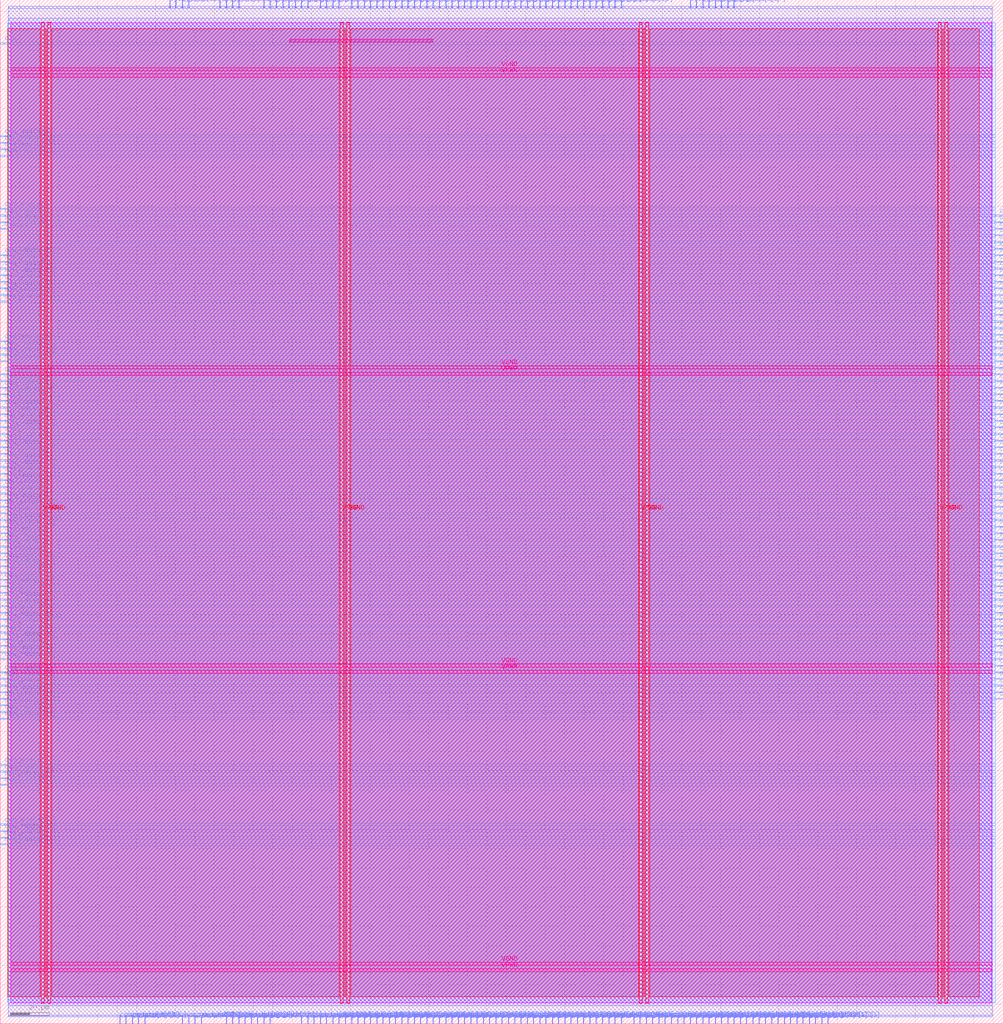
<source format=lef>
VERSION 5.7 ;
  NOWIREEXTENSIONATPIN ON ;
  DIVIDERCHAR "/" ;
  BUSBITCHARS "[]" ;
MACRO cache_controller
  CLASS BLOCK ;
  FOREIGN cache_controller ;
  ORIGIN 0.000 0.000 ;
  SIZE 515.190 BY 525.910 ;
  PIN VGND
    DIRECTION INOUT ;
    USE GROUND ;
    PORT
      LAYER met4 ;
        RECT 24.340 10.640 25.940 514.320 ;
    END
    PORT
      LAYER met4 ;
        RECT 177.940 10.640 179.540 514.320 ;
    END
    PORT
      LAYER met4 ;
        RECT 331.540 10.640 333.140 514.320 ;
    END
    PORT
      LAYER met4 ;
        RECT 485.140 10.640 486.740 514.320 ;
    END
    PORT
      LAYER met5 ;
        RECT 5.280 30.030 509.460 31.630 ;
    END
    PORT
      LAYER met5 ;
        RECT 5.280 183.210 509.460 184.810 ;
    END
    PORT
      LAYER met5 ;
        RECT 5.280 336.390 509.460 337.990 ;
    END
    PORT
      LAYER met5 ;
        RECT 5.280 489.570 509.460 491.170 ;
    END
  END VGND
  PIN VPWR
    DIRECTION INOUT ;
    USE POWER ;
    PORT
      LAYER met4 ;
        RECT 21.040 10.640 22.640 514.320 ;
    END
    PORT
      LAYER met4 ;
        RECT 174.640 10.640 176.240 514.320 ;
    END
    PORT
      LAYER met4 ;
        RECT 328.240 10.640 329.840 514.320 ;
    END
    PORT
      LAYER met4 ;
        RECT 481.840 10.640 483.440 514.320 ;
    END
    PORT
      LAYER met5 ;
        RECT 5.280 26.730 509.460 28.330 ;
    END
    PORT
      LAYER met5 ;
        RECT 5.280 179.910 509.460 181.510 ;
    END
    PORT
      LAYER met5 ;
        RECT 5.280 333.090 509.460 334.690 ;
    END
    PORT
      LAYER met5 ;
        RECT 5.280 486.270 509.460 487.870 ;
    END
  END VPWR
  PIN clk
    DIRECTION INPUT ;
    USE SIGNAL ;
    ANTENNAGATEAREA 0.852000 ;
    PORT
      LAYER met3 ;
        RECT 0.000 503.240 4.000 503.840 ;
    END
  END clk
  PIN cpu_addr[0]
    DIRECTION INPUT ;
    USE SIGNAL ;
    ANTENNAGATEAREA 0.196500 ;
    PORT
      LAYER met3 ;
        RECT 511.190 414.840 515.190 415.440 ;
    END
  END cpu_addr[0]
  PIN cpu_addr[10]
    DIRECTION INPUT ;
    USE SIGNAL ;
    ANTENNAGATEAREA 0.159000 ;
    PORT
      LAYER met3 ;
        RECT 511.190 166.640 515.190 167.240 ;
    END
  END cpu_addr[10]
  PIN cpu_addr[11]
    DIRECTION INPUT ;
    USE SIGNAL ;
    ANTENNAGATEAREA 0.213000 ;
    PORT
      LAYER met3 ;
        RECT 511.190 224.440 515.190 225.040 ;
    END
  END cpu_addr[11]
  PIN cpu_addr[12]
    DIRECTION INPUT ;
    USE SIGNAL ;
    ANTENNAGATEAREA 0.213000 ;
    PORT
      LAYER met3 ;
        RECT 511.190 411.440 515.190 412.040 ;
    END
  END cpu_addr[12]
  PIN cpu_addr[13]
    DIRECTION INPUT ;
    USE SIGNAL ;
    ANTENNAGATEAREA 0.213000 ;
    PORT
      LAYER met3 ;
        RECT 511.190 238.040 515.190 238.640 ;
    END
  END cpu_addr[13]
  PIN cpu_addr[14]
    DIRECTION INPUT ;
    USE SIGNAL ;
    ANTENNAGATEAREA 0.213000 ;
    PORT
      LAYER met3 ;
        RECT 511.190 404.640 515.190 405.240 ;
    END
  END cpu_addr[14]
  PIN cpu_addr[15]
    DIRECTION INPUT ;
    USE SIGNAL ;
    ANTENNAGATEAREA 0.213000 ;
    PORT
      LAYER met3 ;
        RECT 511.190 370.640 515.190 371.240 ;
    END
  END cpu_addr[15]
  PIN cpu_addr[16]
    DIRECTION INPUT ;
    USE SIGNAL ;
    ANTENNAGATEAREA 0.213000 ;
    PORT
      LAYER met3 ;
        RECT 511.190 350.240 515.190 350.840 ;
    END
  END cpu_addr[16]
  PIN cpu_addr[17]
    DIRECTION INPUT ;
    USE SIGNAL ;
    ANTENNAGATEAREA 0.247500 ;
    PORT
      LAYER met3 ;
        RECT 511.190 343.440 515.190 344.040 ;
    END
  END cpu_addr[17]
  PIN cpu_addr[18]
    DIRECTION INPUT ;
    USE SIGNAL ;
    ANTENNAGATEAREA 0.213000 ;
    PORT
      LAYER met3 ;
        RECT 511.190 309.440 515.190 310.040 ;
    END
  END cpu_addr[18]
  PIN cpu_addr[19]
    DIRECTION INPUT ;
    USE SIGNAL ;
    ANTENNAGATEAREA 0.126000 ;
    PORT
      LAYER met3 ;
        RECT 511.190 275.440 515.190 276.040 ;
    END
  END cpu_addr[19]
  PIN cpu_addr[1]
    DIRECTION INPUT ;
    USE SIGNAL ;
    ANTENNAGATEAREA 0.196500 ;
    PORT
      LAYER met3 ;
        RECT 511.190 306.040 515.190 306.640 ;
    END
  END cpu_addr[1]
  PIN cpu_addr[20]
    DIRECTION INPUT ;
    USE SIGNAL ;
    ANTENNAGATEAREA 0.213000 ;
    PORT
      LAYER met3 ;
        RECT 511.190 391.040 515.190 391.640 ;
    END
  END cpu_addr[20]
  PIN cpu_addr[21]
    DIRECTION INPUT ;
    USE SIGNAL ;
    ANTENNAGATEAREA 0.213000 ;
    PORT
      LAYER met3 ;
        RECT 511.190 217.640 515.190 218.240 ;
    END
  END cpu_addr[21]
  PIN cpu_addr[22]
    DIRECTION INPUT ;
    USE SIGNAL ;
    ANTENNAGATEAREA 0.213000 ;
    PORT
      LAYER met3 ;
        RECT 511.190 299.240 515.190 299.840 ;
    END
  END cpu_addr[22]
  PIN cpu_addr[23]
    DIRECTION INPUT ;
    USE SIGNAL ;
    ANTENNAGATEAREA 0.213000 ;
    PORT
      LAYER met3 ;
        RECT 511.190 346.840 515.190 347.440 ;
    END
  END cpu_addr[23]
  PIN cpu_addr[24]
    DIRECTION INPUT ;
    USE SIGNAL ;
    ANTENNAGATEAREA 0.213000 ;
    PORT
      LAYER met3 ;
        RECT 511.190 336.640 515.190 337.240 ;
    END
  END cpu_addr[24]
  PIN cpu_addr[25]
    DIRECTION INPUT ;
    USE SIGNAL ;
    ANTENNAGATEAREA 0.159000 ;
    PORT
      LAYER met3 ;
        RECT 511.190 170.040 515.190 170.640 ;
    END
  END cpu_addr[25]
  PIN cpu_addr[26]
    DIRECTION INPUT ;
    USE SIGNAL ;
    ANTENNAGATEAREA 0.247500 ;
    PORT
      LAYER met3 ;
        RECT 511.190 387.640 515.190 388.240 ;
    END
  END cpu_addr[26]
  PIN cpu_addr[27]
    DIRECTION INPUT ;
    USE SIGNAL ;
    ANTENNAGATEAREA 0.159000 ;
    PORT
      LAYER met3 ;
        RECT 511.190 200.640 515.190 201.240 ;
    END
  END cpu_addr[27]
  PIN cpu_addr[28]
    DIRECTION INPUT ;
    USE SIGNAL ;
    ANTENNAGATEAREA 0.126000 ;
    PORT
      LAYER met3 ;
        RECT 511.190 312.840 515.190 313.440 ;
    END
  END cpu_addr[28]
  PIN cpu_addr[29]
    DIRECTION INPUT ;
    USE SIGNAL ;
    ANTENNAGATEAREA 0.213000 ;
    PORT
      LAYER met3 ;
        RECT 511.190 221.040 515.190 221.640 ;
    END
  END cpu_addr[29]
  PIN cpu_addr[2]
    DIRECTION INPUT ;
    USE SIGNAL ;
    ANTENNAGATEAREA 0.196500 ;
    PORT
      LAYER met3 ;
        RECT 511.190 319.640 515.190 320.240 ;
    END
  END cpu_addr[2]
  PIN cpu_addr[30]
    DIRECTION INPUT ;
    USE SIGNAL ;
    ANTENNAGATEAREA 0.213000 ;
    PORT
      LAYER met3 ;
        RECT 511.190 363.840 515.190 364.440 ;
    END
  END cpu_addr[30]
  PIN cpu_addr[31]
    DIRECTION INPUT ;
    USE SIGNAL ;
    ANTENNAGATEAREA 0.196500 ;
    PORT
      LAYER met3 ;
        RECT 511.190 241.440 515.190 242.040 ;
    END
  END cpu_addr[31]
  PIN cpu_addr[3]
    DIRECTION INPUT ;
    USE SIGNAL ;
    ANTENNAGATEAREA 0.213000 ;
    PORT
      LAYER met3 ;
        RECT 511.190 180.240 515.190 180.840 ;
    END
  END cpu_addr[3]
  PIN cpu_addr[4]
    DIRECTION INPUT ;
    USE SIGNAL ;
    ANTENNAGATEAREA 0.213000 ;
    PORT
      LAYER met3 ;
        RECT 511.190 183.640 515.190 184.240 ;
    END
  END cpu_addr[4]
  PIN cpu_addr[5]
    DIRECTION INPUT ;
    USE SIGNAL ;
    ANTENNAGATEAREA 0.213000 ;
    PORT
      LAYER met3 ;
        RECT 511.190 292.440 515.190 293.040 ;
    END
  END cpu_addr[5]
  PIN cpu_addr[6]
    DIRECTION INPUT ;
    USE SIGNAL ;
    ANTENNAGATEAREA 0.213000 ;
    PORT
      LAYER met3 ;
        RECT 511.190 282.240 515.190 282.840 ;
    END
  END cpu_addr[6]
  PIN cpu_addr[7]
    DIRECTION INPUT ;
    USE SIGNAL ;
    ANTENNAGATEAREA 0.213000 ;
    PORT
      LAYER met3 ;
        RECT 511.190 323.040 515.190 323.640 ;
    END
  END cpu_addr[7]
  PIN cpu_addr[8]
    DIRECTION INPUT ;
    USE SIGNAL ;
    ANTENNAGATEAREA 0.213000 ;
    PORT
      LAYER met3 ;
        RECT 511.190 295.840 515.190 296.440 ;
    END
  END cpu_addr[8]
  PIN cpu_addr[9]
    DIRECTION INPUT ;
    USE SIGNAL ;
    ANTENNAGATEAREA 0.159000 ;
    PORT
      LAYER met3 ;
        RECT 511.190 197.240 515.190 197.840 ;
    END
  END cpu_addr[9]
  PIN cpu_rdata[0]
    DIRECTION OUTPUT ;
    USE SIGNAL ;
    ANTENNADIFFAREA 0.445500 ;
    PORT
      LAYER met3 ;
        RECT 511.190 204.040 515.190 204.640 ;
    END
  END cpu_rdata[0]
  PIN cpu_rdata[10]
    DIRECTION OUTPUT ;
    USE SIGNAL ;
    ANTENNADIFFAREA 0.445500 ;
    PORT
      LAYER met2 ;
        RECT 305.990 521.910 306.270 525.910 ;
    END
  END cpu_rdata[10]
  PIN cpu_rdata[11]
    DIRECTION OUTPUT ;
    USE SIGNAL ;
    ANTENNADIFFAREA 1.336500 ;
    PORT
      LAYER met3 ;
        RECT 0.000 292.440 4.000 293.040 ;
    END
  END cpu_rdata[11]
  PIN cpu_rdata[12]
    DIRECTION OUTPUT ;
    USE SIGNAL ;
    ANTENNADIFFAREA 0.445500 ;
    PORT
      LAYER met2 ;
        RECT 267.350 521.910 267.630 525.910 ;
    END
  END cpu_rdata[12]
  PIN cpu_rdata[13]
    DIRECTION OUTPUT ;
    USE SIGNAL ;
    ANTENNADIFFAREA 0.795200 ;
    PORT
      LAYER met2 ;
        RECT 425.130 0.000 425.410 4.000 ;
    END
  END cpu_rdata[13]
  PIN cpu_rdata[14]
    DIRECTION OUTPUT ;
    USE SIGNAL ;
    ANTENNADIFFAREA 1.336500 ;
    PORT
      LAYER met3 ;
        RECT 0.000 333.240 4.000 333.840 ;
    END
  END cpu_rdata[14]
  PIN cpu_rdata[15]
    DIRECTION OUTPUT ;
    USE SIGNAL ;
    ANTENNADIFFAREA 1.336500 ;
    PORT
      LAYER met3 ;
        RECT 0.000 452.240 4.000 452.840 ;
    END
  END cpu_rdata[15]
  PIN cpu_rdata[16]
    DIRECTION OUTPUT ;
    USE SIGNAL ;
    ANTENNADIFFAREA 0.795200 ;
    PORT
      LAYER met2 ;
        RECT 331.750 0.000 332.030 4.000 ;
    END
  END cpu_rdata[16]
  PIN cpu_rdata[17]
    DIRECTION OUTPUT ;
    USE SIGNAL ;
    ANTENNADIFFAREA 0.445500 ;
    PORT
      LAYER met2 ;
        RECT 241.590 0.000 241.870 4.000 ;
    END
  END cpu_rdata[17]
  PIN cpu_rdata[18]
    DIRECTION OUTPUT ;
    USE SIGNAL ;
    ANTENNADIFFAREA 0.445500 ;
    PORT
      LAYER met3 ;
        RECT 0.000 261.840 4.000 262.440 ;
    END
  END cpu_rdata[18]
  PIN cpu_rdata[19]
    DIRECTION OUTPUT ;
    USE SIGNAL ;
    ANTENNADIFFAREA 1.336500 ;
    PORT
      LAYER met2 ;
        RECT 93.470 521.910 93.750 525.910 ;
    END
  END cpu_rdata[19]
  PIN cpu_rdata[1]
    DIRECTION OUTPUT ;
    USE SIGNAL ;
    ANTENNADIFFAREA 0.891000 ;
    PORT
      LAYER met2 ;
        RECT 125.670 0.000 125.950 4.000 ;
    END
  END cpu_rdata[1]
  PIN cpu_rdata[20]
    DIRECTION OUTPUT ;
    USE SIGNAL ;
    ANTENNADIFFAREA 0.445500 ;
    PORT
      LAYER met2 ;
        RECT 373.610 521.910 373.890 525.910 ;
    END
  END cpu_rdata[20]
  PIN cpu_rdata[21]
    DIRECTION OUTPUT ;
    USE SIGNAL ;
    ANTENNADIFFAREA 0.795200 ;
    PORT
      LAYER met2 ;
        RECT 270.570 0.000 270.850 4.000 ;
    END
  END cpu_rdata[21]
  PIN cpu_rdata[22]
    DIRECTION OUTPUT ;
    USE SIGNAL ;
    ANTENNADIFFAREA 0.445500 ;
    PORT
      LAYER met3 ;
        RECT 0.000 180.240 4.000 180.840 ;
    END
  END cpu_rdata[22]
  PIN cpu_rdata[23]
    DIRECTION OUTPUT ;
    USE SIGNAL ;
    ANTENNADIFFAREA 0.795200 ;
    PORT
      LAYER met2 ;
        RECT 415.470 0.000 415.750 4.000 ;
    END
  END cpu_rdata[23]
  PIN cpu_rdata[24]
    DIRECTION OUTPUT ;
    USE SIGNAL ;
    ANTENNADIFFAREA 1.336500 ;
    PORT
      LAYER met2 ;
        RECT 215.830 521.910 216.110 525.910 ;
    END
  END cpu_rdata[24]
  PIN cpu_rdata[25]
    DIRECTION OUTPUT ;
    USE SIGNAL ;
    ANTENNADIFFAREA 0.891000 ;
    PORT
      LAYER met2 ;
        RECT 99.910 0.000 100.190 4.000 ;
    END
  END cpu_rdata[25]
  PIN cpu_rdata[26]
    DIRECTION OUTPUT ;
    USE SIGNAL ;
    ANTENNADIFFAREA 0.891000 ;
    PORT
      LAYER met2 ;
        RECT 206.170 0.000 206.450 4.000 ;
    END
  END cpu_rdata[26]
  PIN cpu_rdata[27]
    DIRECTION OUTPUT ;
    USE SIGNAL ;
    ANTENNADIFFAREA 0.795200 ;
    PORT
      LAYER met2 ;
        RECT 283.450 0.000 283.730 4.000 ;
    END
  END cpu_rdata[27]
  PIN cpu_rdata[28]
    DIRECTION OUTPUT ;
    USE SIGNAL ;
    ANTENNADIFFAREA 0.445500 ;
    PORT
      LAYER met3 ;
        RECT 0.000 227.840 4.000 228.440 ;
    END
  END cpu_rdata[28]
  PIN cpu_rdata[29]
    DIRECTION OUTPUT ;
    USE SIGNAL ;
    ANTENNADIFFAREA 0.795200 ;
    PORT
      LAYER met3 ;
        RECT 0.000 377.440 4.000 378.040 ;
    END
  END cpu_rdata[29]
  PIN cpu_rdata[2]
    DIRECTION OUTPUT ;
    USE SIGNAL ;
    ANTENNADIFFAREA 0.795200 ;
    PORT
      LAYER met2 ;
        RECT 244.810 0.000 245.090 4.000 ;
    END
  END cpu_rdata[2]
  PIN cpu_rdata[30]
    DIRECTION OUTPUT ;
    USE SIGNAL ;
    ANTENNADIFFAREA 1.336500 ;
    PORT
      LAYER met2 ;
        RECT 119.230 521.910 119.510 525.910 ;
    END
  END cpu_rdata[30]
  PIN cpu_rdata[31]
    DIRECTION OUTPUT ;
    USE SIGNAL ;
    ANTENNADIFFAREA 1.336500 ;
    PORT
      LAYER met3 ;
        RECT 0.000 299.240 4.000 299.840 ;
    END
  END cpu_rdata[31]
  PIN cpu_rdata[32]
    DIRECTION OUTPUT ;
    USE SIGNAL ;
    ANTENNADIFFAREA 0.891000 ;
    PORT
      LAYER met2 ;
        RECT 154.650 0.000 154.930 4.000 ;
    END
  END cpu_rdata[32]
  PIN cpu_rdata[33]
    DIRECTION OUTPUT ;
    USE SIGNAL ;
    ANTENNADIFFAREA 1.336500 ;
    PORT
      LAYER met2 ;
        RECT 170.750 521.910 171.030 525.910 ;
    END
  END cpu_rdata[33]
  PIN cpu_rdata[34]
    DIRECTION OUTPUT ;
    USE SIGNAL ;
    ANTENNADIFFAREA 0.445500 ;
    PORT
      LAYER met3 ;
        RECT 0.000 159.840 4.000 160.440 ;
    END
  END cpu_rdata[34]
  PIN cpu_rdata[35]
    DIRECTION OUTPUT ;
    USE SIGNAL ;
    ANTENNADIFFAREA 0.891000 ;
    PORT
      LAYER met2 ;
        RECT 190.070 0.000 190.350 4.000 ;
    END
  END cpu_rdata[35]
  PIN cpu_rdata[36]
    DIRECTION OUTPUT ;
    USE SIGNAL ;
    ANTENNADIFFAREA 0.445500 ;
    PORT
      LAYER met2 ;
        RECT 277.010 521.910 277.290 525.910 ;
    END
  END cpu_rdata[36]
  PIN cpu_rdata[37]
    DIRECTION OUTPUT ;
    USE SIGNAL ;
    ANTENNADIFFAREA 0.795200 ;
    PORT
      LAYER met2 ;
        RECT 318.870 0.000 319.150 4.000 ;
    END
  END cpu_rdata[37]
  PIN cpu_rdata[38]
    DIRECTION OUTPUT ;
    USE SIGNAL ;
    ANTENNADIFFAREA 1.336500 ;
    PORT
      LAYER met2 ;
        RECT 183.630 521.910 183.910 525.910 ;
    END
  END cpu_rdata[38]
  PIN cpu_rdata[39]
    DIRECTION OUTPUT ;
    USE SIGNAL ;
    ANTENNADIFFAREA 0.795200 ;
    PORT
      LAYER met2 ;
        RECT 225.490 0.000 225.770 4.000 ;
    END
  END cpu_rdata[39]
  PIN cpu_rdata[3]
    DIRECTION OUTPUT ;
    USE SIGNAL ;
    ANTENNADIFFAREA 1.336500 ;
    PORT
      LAYER met3 ;
        RECT 0.000 272.040 4.000 272.640 ;
    END
  END cpu_rdata[3]
  PIN cpu_rdata[40]
    DIRECTION OUTPUT ;
    USE SIGNAL ;
    ANTENNADIFFAREA 0.445500 ;
    PORT
      LAYER met2 ;
        RECT 360.730 521.910 361.010 525.910 ;
    END
  END cpu_rdata[40]
  PIN cpu_rdata[41]
    DIRECTION OUTPUT ;
    USE SIGNAL ;
    ANTENNADIFFAREA 0.445500 ;
    PORT
      LAYER met2 ;
        RECT 173.970 0.000 174.250 4.000 ;
    END
  END cpu_rdata[41]
  PIN cpu_rdata[42]
    DIRECTION OUTPUT ;
    USE SIGNAL ;
    ANTENNADIFFAREA 1.336500 ;
    PORT
      LAYER met2 ;
        RECT 225.490 521.910 225.770 525.910 ;
    END
  END cpu_rdata[42]
  PIN cpu_rdata[43]
    DIRECTION OUTPUT ;
    USE SIGNAL ;
    ANTENNADIFFAREA 0.795200 ;
    PORT
      LAYER met3 ;
        RECT 0.000 312.840 4.000 313.440 ;
    END
  END cpu_rdata[43]
  PIN cpu_rdata[44]
    DIRECTION OUTPUT ;
    USE SIGNAL ;
    ANTENNADIFFAREA 0.445500 ;
    PORT
      LAYER met2 ;
        RECT 238.370 521.910 238.650 525.910 ;
    END
  END cpu_rdata[44]
  PIN cpu_rdata[45]
    DIRECTION OUTPUT ;
    USE SIGNAL ;
    ANTENNADIFFAREA 0.445500 ;
    PORT
      LAYER met3 ;
        RECT 0.000 207.440 4.000 208.040 ;
    END
  END cpu_rdata[45]
  PIN cpu_rdata[46]
    DIRECTION OUTPUT ;
    USE SIGNAL ;
    ANTENNADIFFAREA 0.891000 ;
    PORT
      LAYER met2 ;
        RECT 135.330 0.000 135.610 4.000 ;
    END
  END cpu_rdata[46]
  PIN cpu_rdata[47]
    DIRECTION OUTPUT ;
    USE SIGNAL ;
    ANTENNADIFFAREA 0.795200 ;
    PORT
      LAYER met2 ;
        RECT 199.730 521.910 200.010 525.910 ;
    END
  END cpu_rdata[47]
  PIN cpu_rdata[48]
    DIRECTION OUTPUT ;
    USE SIGNAL ;
    ANTENNADIFFAREA 0.795200 ;
    PORT
      LAYER met2 ;
        RECT 157.870 521.910 158.150 525.910 ;
    END
  END cpu_rdata[48]
  PIN cpu_rdata[49]
    DIRECTION OUTPUT ;
    USE SIGNAL ;
    ANTENNADIFFAREA 1.336500 ;
    PORT
      LAYER met3 ;
        RECT 0.000 387.640 4.000 388.240 ;
    END
  END cpu_rdata[49]
  PIN cpu_rdata[4]
    DIRECTION OUTPUT ;
    USE SIGNAL ;
    ANTENNADIFFAREA 1.336500 ;
    PORT
      LAYER met2 ;
        RECT 135.330 521.910 135.610 525.910 ;
    END
  END cpu_rdata[4]
  PIN cpu_rdata[50]
    DIRECTION OUTPUT ;
    USE SIGNAL ;
    ANTENNADIFFAREA 0.891000 ;
    PORT
      LAYER met2 ;
        RECT 199.730 0.000 200.010 4.000 ;
    END
  END cpu_rdata[50]
  PIN cpu_rdata[51]
    DIRECTION OUTPUT ;
    USE SIGNAL ;
    ANTENNADIFFAREA 0.891000 ;
    PORT
      LAYER met3 ;
        RECT 0.000 98.640 4.000 99.240 ;
    END
  END cpu_rdata[51]
  PIN cpu_rdata[52]
    DIRECTION OUTPUT ;
    USE SIGNAL ;
    ANTENNADIFFAREA 0.795200 ;
    PORT
      LAYER met2 ;
        RECT 351.070 0.000 351.350 4.000 ;
    END
  END cpu_rdata[52]
  PIN cpu_rdata[53]
    DIRECTION OUTPUT ;
    USE SIGNAL ;
    ANTENNADIFFAREA 0.891000 ;
    PORT
      LAYER met3 ;
        RECT 0.000 129.240 4.000 129.840 ;
    END
  END cpu_rdata[53]
  PIN cpu_rdata[54]
    DIRECTION OUTPUT ;
    USE SIGNAL ;
    ANTENNADIFFAREA 0.795200 ;
    PORT
      LAYER met2 ;
        RECT 299.550 0.000 299.830 4.000 ;
    END
  END cpu_rdata[54]
  PIN cpu_rdata[55]
    DIRECTION OUTPUT ;
    USE SIGNAL ;
    ANTENNADIFFAREA 0.445500 ;
    PORT
      LAYER met3 ;
        RECT 0.000 224.440 4.000 225.040 ;
    END
  END cpu_rdata[55]
  PIN cpu_rdata[56]
    DIRECTION OUTPUT ;
    USE SIGNAL ;
    ANTENNADIFFAREA 0.445500 ;
    PORT
      LAYER met3 ;
        RECT 0.000 187.040 4.000 187.640 ;
    END
  END cpu_rdata[56]
  PIN cpu_rdata[57]
    DIRECTION OUTPUT ;
    USE SIGNAL ;
    ANTENNADIFFAREA 0.795200 ;
    PORT
      LAYER met2 ;
        RECT 267.350 0.000 267.630 4.000 ;
    END
  END cpu_rdata[57]
  PIN cpu_rdata[58]
    DIRECTION OUTPUT ;
    USE SIGNAL ;
    ANTENNADIFFAREA 0.795200 ;
    PORT
      LAYER met2 ;
        RECT 357.510 0.000 357.790 4.000 ;
    END
  END cpu_rdata[58]
  PIN cpu_rdata[59]
    DIRECTION OUTPUT ;
    USE SIGNAL ;
    ANTENNADIFFAREA 0.795200 ;
    PORT
      LAYER met3 ;
        RECT 0.000 346.840 4.000 347.440 ;
    END
  END cpu_rdata[59]
  PIN cpu_rdata[5]
    DIRECTION OUTPUT ;
    USE SIGNAL ;
    ANTENNADIFFAREA 0.445500 ;
    PORT
      LAYER met2 ;
        RECT 392.930 0.000 393.210 4.000 ;
    END
  END cpu_rdata[5]
  PIN cpu_rdata[60]
    DIRECTION OUTPUT ;
    USE SIGNAL ;
    ANTENNADIFFAREA 0.445500 ;
    PORT
      LAYER met2 ;
        RECT 299.550 521.910 299.830 525.910 ;
    END
  END cpu_rdata[60]
  PIN cpu_rdata[61]
    DIRECTION OUTPUT ;
    USE SIGNAL ;
    ANTENNADIFFAREA 0.445500 ;
    PORT
      LAYER met2 ;
        RECT 418.690 0.000 418.970 4.000 ;
    END
  END cpu_rdata[61]
  PIN cpu_rdata[62]
    DIRECTION OUTPUT ;
    USE SIGNAL ;
    ANTENNADIFFAREA 0.445500 ;
    PORT
      LAYER met2 ;
        RECT 315.650 521.910 315.930 525.910 ;
    END
  END cpu_rdata[62]
  PIN cpu_rdata[63]
    DIRECTION OUTPUT ;
    USE SIGNAL ;
    ANTENNADIFFAREA 0.445500 ;
    PORT
      LAYER met2 ;
        RECT 389.710 0.000 389.990 4.000 ;
    END
  END cpu_rdata[63]
  PIN cpu_rdata[6]
    DIRECTION OUTPUT ;
    USE SIGNAL ;
    ANTENNADIFFAREA 0.891000 ;
    PORT
      LAYER met2 ;
        RECT 67.710 0.000 67.990 4.000 ;
    END
  END cpu_rdata[6]
  PIN cpu_rdata[7]
    DIRECTION OUTPUT ;
    USE SIGNAL ;
    ANTENNADIFFAREA 0.445500 ;
    PORT
      LAYER met2 ;
        RECT 257.690 521.910 257.970 525.910 ;
    END
  END cpu_rdata[7]
  PIN cpu_rdata[8]
    DIRECTION OUTPUT ;
    USE SIGNAL ;
    ANTENNADIFFAREA 0.445500 ;
    PORT
      LAYER met3 ;
        RECT 0.000 248.240 4.000 248.840 ;
    END
  END cpu_rdata[8]
  PIN cpu_rdata[9]
    DIRECTION OUTPUT ;
    USE SIGNAL ;
    ANTENNADIFFAREA 1.336500 ;
    PORT
      LAYER met3 ;
        RECT 0.000 414.840 4.000 415.440 ;
    END
  END cpu_rdata[9]
  PIN cpu_read
    DIRECTION INPUT ;
    USE SIGNAL ;
    ANTENNAGATEAREA 0.196500 ;
    PORT
      LAYER met3 ;
        RECT 511.190 190.440 515.190 191.040 ;
    END
  END cpu_read
  PIN cpu_ready
    DIRECTION OUTPUT ;
    USE SIGNAL ;
    ANTENNADIFFAREA 0.445500 ;
    PORT
      LAYER met3 ;
        RECT 511.190 193.840 515.190 194.440 ;
    END
  END cpu_ready
  PIN cpu_wdata[0]
    DIRECTION INPUT ;
    USE SIGNAL ;
    ANTENNAGATEAREA 0.196500 ;
    PORT
      LAYER met3 ;
        RECT 511.190 227.840 515.190 228.440 ;
    END
  END cpu_wdata[0]
  PIN cpu_wdata[10]
    DIRECTION INPUT ;
    USE SIGNAL ;
    ANTENNAGATEAREA 0.196500 ;
    PORT
      LAYER met2 ;
        RECT 283.450 521.910 283.730 525.910 ;
    END
  END cpu_wdata[10]
  PIN cpu_wdata[11]
    DIRECTION INPUT ;
    USE SIGNAL ;
    ANTENNAGATEAREA 0.196500 ;
    PORT
      LAYER met3 ;
        RECT 0.000 285.640 4.000 286.240 ;
    END
  END cpu_wdata[11]
  PIN cpu_wdata[12]
    DIRECTION INPUT ;
    USE SIGNAL ;
    ANTENNAGATEAREA 0.196500 ;
    PORT
      LAYER met2 ;
        RECT 244.810 521.910 245.090 525.910 ;
    END
  END cpu_wdata[12]
  PIN cpu_wdata[13]
    DIRECTION INPUT ;
    USE SIGNAL ;
    ANTENNAGATEAREA 0.196500 ;
    PORT
      LAYER met2 ;
        RECT 409.030 0.000 409.310 4.000 ;
    END
  END cpu_wdata[13]
  PIN cpu_wdata[14]
    DIRECTION INPUT ;
    USE SIGNAL ;
    ANTENNAGATEAREA 0.196500 ;
    PORT
      LAYER met3 ;
        RECT 0.000 316.240 4.000 316.840 ;
    END
  END cpu_wdata[14]
  PIN cpu_wdata[15]
    DIRECTION INPUT ;
    USE SIGNAL ;
    ANTENNAGATEAREA 0.196500 ;
    PORT
      LAYER met3 ;
        RECT 0.000 455.640 4.000 456.240 ;
    END
  END cpu_wdata[15]
  PIN cpu_wdata[16]
    DIRECTION INPUT ;
    USE SIGNAL ;
    ANTENNAGATEAREA 0.196500 ;
    PORT
      LAYER met2 ;
        RECT 328.530 0.000 328.810 4.000 ;
    END
  END cpu_wdata[16]
  PIN cpu_wdata[17]
    DIRECTION INPUT ;
    USE SIGNAL ;
    ANTENNAGATEAREA 0.196500 ;
    PORT
      LAYER met2 ;
        RECT 231.930 0.000 232.210 4.000 ;
    END
  END cpu_wdata[17]
  PIN cpu_wdata[18]
    DIRECTION INPUT ;
    USE SIGNAL ;
    ANTENNAGATEAREA 0.196500 ;
    PORT
      LAYER met3 ;
        RECT 0.000 265.240 4.000 265.840 ;
    END
  END cpu_wdata[18]
  PIN cpu_wdata[19]
    DIRECTION INPUT ;
    USE SIGNAL ;
    ANTENNAGATEAREA 0.196500 ;
    PORT
      LAYER met2 ;
        RECT 87.030 521.910 87.310 525.910 ;
    END
  END cpu_wdata[19]
  PIN cpu_wdata[1]
    DIRECTION INPUT ;
    USE SIGNAL ;
    ANTENNAGATEAREA 0.196500 ;
    PORT
      LAYER met2 ;
        RECT 119.230 0.000 119.510 4.000 ;
    END
  END cpu_wdata[1]
  PIN cpu_wdata[20]
    DIRECTION INPUT ;
    USE SIGNAL ;
    ANTENNAGATEAREA 0.196500 ;
    PORT
      LAYER met2 ;
        RECT 367.170 521.910 367.450 525.910 ;
    END
  END cpu_wdata[20]
  PIN cpu_wdata[21]
    DIRECTION INPUT ;
    USE SIGNAL ;
    ANTENNAGATEAREA 0.196500 ;
    PORT
      LAYER met2 ;
        RECT 277.010 0.000 277.290 4.000 ;
    END
  END cpu_wdata[21]
  PIN cpu_wdata[22]
    DIRECTION INPUT ;
    USE SIGNAL ;
    ANTENNAGATEAREA 0.196500 ;
    PORT
      LAYER met3 ;
        RECT 0.000 173.440 4.000 174.040 ;
    END
  END cpu_wdata[22]
  PIN cpu_wdata[23]
    DIRECTION INPUT ;
    USE SIGNAL ;
    ANTENNAGATEAREA 0.196500 ;
    PORT
      LAYER met2 ;
        RECT 376.830 0.000 377.110 4.000 ;
    END
  END cpu_wdata[23]
  PIN cpu_wdata[24]
    DIRECTION INPUT ;
    USE SIGNAL ;
    ANTENNAGATEAREA 0.196500 ;
    PORT
      LAYER met2 ;
        RECT 206.170 521.910 206.450 525.910 ;
    END
  END cpu_wdata[24]
  PIN cpu_wdata[25]
    DIRECTION INPUT ;
    USE SIGNAL ;
    ANTENNAGATEAREA 0.196500 ;
    PORT
      LAYER met2 ;
        RECT 96.690 0.000 96.970 4.000 ;
    END
  END cpu_wdata[25]
  PIN cpu_wdata[26]
    DIRECTION INPUT ;
    USE SIGNAL ;
    ANTENNAGATEAREA 0.196500 ;
    PORT
      LAYER met2 ;
        RECT 219.050 0.000 219.330 4.000 ;
    END
  END cpu_wdata[26]
  PIN cpu_wdata[27]
    DIRECTION INPUT ;
    USE SIGNAL ;
    ANTENNAGATEAREA 0.196500 ;
    PORT
      LAYER met2 ;
        RECT 273.790 0.000 274.070 4.000 ;
    END
  END cpu_wdata[27]
  PIN cpu_wdata[28]
    DIRECTION INPUT ;
    USE SIGNAL ;
    ANTENNAGATEAREA 0.196500 ;
    PORT
      LAYER met3 ;
        RECT 0.000 238.040 4.000 238.640 ;
    END
  END cpu_wdata[28]
  PIN cpu_wdata[29]
    DIRECTION INPUT ;
    USE SIGNAL ;
    ANTENNAGATEAREA 0.196500 ;
    PORT
      LAYER met3 ;
        RECT 0.000 380.840 4.000 381.440 ;
    END
  END cpu_wdata[29]
  PIN cpu_wdata[2]
    DIRECTION INPUT ;
    USE SIGNAL ;
    ANTENNAGATEAREA 0.196500 ;
    PORT
      LAYER met2 ;
        RECT 254.470 0.000 254.750 4.000 ;
    END
  END cpu_wdata[2]
  PIN cpu_wdata[30]
    DIRECTION INPUT ;
    USE SIGNAL ;
    ANTENNAGATEAREA 0.196500 ;
    PORT
      LAYER met2 ;
        RECT 112.790 521.910 113.070 525.910 ;
    END
  END cpu_wdata[30]
  PIN cpu_wdata[31]
    DIRECTION INPUT ;
    USE SIGNAL ;
    ANTENNAGATEAREA 0.196500 ;
    PORT
      LAYER met3 ;
        RECT 0.000 295.840 4.000 296.440 ;
    END
  END cpu_wdata[31]
  PIN cpu_wdata[32]
    DIRECTION INPUT ;
    USE SIGNAL ;
    ANTENNAGATEAREA 0.196500 ;
    PORT
      LAYER met2 ;
        RECT 164.310 0.000 164.590 4.000 ;
    END
  END cpu_wdata[32]
  PIN cpu_wdata[33]
    DIRECTION INPUT ;
    USE SIGNAL ;
    ANTENNAGATEAREA 0.196500 ;
    PORT
      LAYER met2 ;
        RECT 164.310 521.910 164.590 525.910 ;
    END
  END cpu_wdata[33]
  PIN cpu_wdata[34]
    DIRECTION INPUT ;
    USE SIGNAL ;
    ANTENNAGATEAREA 0.196500 ;
    PORT
      LAYER met3 ;
        RECT 0.000 166.640 4.000 167.240 ;
    END
  END cpu_wdata[34]
  PIN cpu_wdata[35]
    DIRECTION INPUT ;
    USE SIGNAL ;
    ANTENNAGATEAREA 0.196500 ;
    PORT
      LAYER met2 ;
        RECT 183.630 0.000 183.910 4.000 ;
    END
  END cpu_wdata[35]
  PIN cpu_wdata[36]
    DIRECTION INPUT ;
    USE SIGNAL ;
    ANTENNAGATEAREA 0.196500 ;
    PORT
      LAYER met2 ;
        RECT 270.570 521.910 270.850 525.910 ;
    END
  END cpu_wdata[36]
  PIN cpu_wdata[37]
    DIRECTION INPUT ;
    USE SIGNAL ;
    ANTENNAGATEAREA 0.196500 ;
    PORT
      LAYER met2 ;
        RECT 309.210 0.000 309.490 4.000 ;
    END
  END cpu_wdata[37]
  PIN cpu_wdata[38]
    DIRECTION INPUT ;
    USE SIGNAL ;
    ANTENNAGATEAREA 0.196500 ;
    PORT
      LAYER met2 ;
        RECT 186.850 521.910 187.130 525.910 ;
    END
  END cpu_wdata[38]
  PIN cpu_wdata[39]
    DIRECTION INPUT ;
    USE SIGNAL ;
    ANTENNAGATEAREA 0.196500 ;
    PORT
      LAYER met2 ;
        RECT 222.270 0.000 222.550 4.000 ;
    END
  END cpu_wdata[39]
  PIN cpu_wdata[3]
    DIRECTION INPUT ;
    USE SIGNAL ;
    ANTENNAGATEAREA 0.196500 ;
    PORT
      LAYER met3 ;
        RECT 0.000 275.440 4.000 276.040 ;
    END
  END cpu_wdata[3]
  PIN cpu_wdata[40]
    DIRECTION INPUT ;
    USE SIGNAL ;
    ANTENNAGATEAREA 0.196500 ;
    PORT
      LAYER met2 ;
        RECT 354.290 521.910 354.570 525.910 ;
    END
  END cpu_wdata[40]
  PIN cpu_wdata[41]
    DIRECTION INPUT ;
    USE SIGNAL ;
    ANTENNAGATEAREA 0.196500 ;
    PORT
      LAYER met2 ;
        RECT 157.870 0.000 158.150 4.000 ;
    END
  END cpu_wdata[41]
  PIN cpu_wdata[42]
    DIRECTION INPUT ;
    USE SIGNAL ;
    ANTENNAGATEAREA 0.196500 ;
    PORT
      LAYER met2 ;
        RECT 219.050 521.910 219.330 525.910 ;
    END
  END cpu_wdata[42]
  PIN cpu_wdata[43]
    DIRECTION INPUT ;
    USE SIGNAL ;
    ANTENNAGATEAREA 0.196500 ;
    PORT
      LAYER met3 ;
        RECT 0.000 326.440 4.000 327.040 ;
    END
  END cpu_wdata[43]
  PIN cpu_wdata[44]
    DIRECTION INPUT ;
    USE SIGNAL ;
    ANTENNAGATEAREA 0.196500 ;
    PORT
      LAYER met2 ;
        RECT 231.930 521.910 232.210 525.910 ;
    END
  END cpu_wdata[44]
  PIN cpu_wdata[45]
    DIRECTION INPUT ;
    USE SIGNAL ;
    ANTENNAGATEAREA 0.196500 ;
    PORT
      LAYER met3 ;
        RECT 0.000 214.240 4.000 214.840 ;
    END
  END cpu_wdata[45]
  PIN cpu_wdata[46]
    DIRECTION INPUT ;
    USE SIGNAL ;
    ANTENNAGATEAREA 0.196500 ;
    PORT
      LAYER met2 ;
        RECT 132.110 0.000 132.390 4.000 ;
    END
  END cpu_wdata[46]
  PIN cpu_wdata[47]
    DIRECTION INPUT ;
    USE SIGNAL ;
    ANTENNAGATEAREA 0.196500 ;
    PORT
      LAYER met2 ;
        RECT 180.410 521.910 180.690 525.910 ;
    END
  END cpu_wdata[47]
  PIN cpu_wdata[48]
    DIRECTION INPUT ;
    USE SIGNAL ;
    ANTENNAGATEAREA 0.196500 ;
    PORT
      LAYER met2 ;
        RECT 148.210 521.910 148.490 525.910 ;
    END
  END cpu_wdata[48]
  PIN cpu_wdata[49]
    DIRECTION INPUT ;
    USE SIGNAL ;
    ANTENNAGATEAREA 0.196500 ;
    PORT
      LAYER met3 ;
        RECT 0.000 394.440 4.000 395.040 ;
    END
  END cpu_wdata[49]
  PIN cpu_wdata[4]
    DIRECTION INPUT ;
    USE SIGNAL ;
    ANTENNAGATEAREA 0.196500 ;
    PORT
      LAYER met2 ;
        RECT 138.550 521.910 138.830 525.910 ;
    END
  END cpu_wdata[4]
  PIN cpu_wdata[50]
    DIRECTION INPUT ;
    USE SIGNAL ;
    ANTENNAGATEAREA 0.196500 ;
    PORT
      LAYER met2 ;
        RECT 196.510 0.000 196.790 4.000 ;
    END
  END cpu_wdata[50]
  PIN cpu_wdata[51]
    DIRECTION INPUT ;
    USE SIGNAL ;
    ANTENNAGATEAREA 0.196500 ;
    PORT
      LAYER met3 ;
        RECT 0.000 102.040 4.000 102.640 ;
    END
  END cpu_wdata[51]
  PIN cpu_wdata[52]
    DIRECTION INPUT ;
    USE SIGNAL ;
    ANTENNAGATEAREA 0.196500 ;
    PORT
      LAYER met2 ;
        RECT 344.630 0.000 344.910 4.000 ;
    END
  END cpu_wdata[52]
  PIN cpu_wdata[53]
    DIRECTION INPUT ;
    USE SIGNAL ;
    ANTENNAGATEAREA 0.196500 ;
    PORT
      LAYER met3 ;
        RECT 0.000 132.640 4.000 133.240 ;
    END
  END cpu_wdata[53]
  PIN cpu_wdata[54]
    DIRECTION INPUT ;
    USE SIGNAL ;
    ANTENNAGATEAREA 0.196500 ;
    PORT
      LAYER met2 ;
        RECT 315.650 0.000 315.930 4.000 ;
    END
  END cpu_wdata[54]
  PIN cpu_wdata[55]
    DIRECTION INPUT ;
    USE SIGNAL ;
    ANTENNAGATEAREA 0.196500 ;
    PORT
      LAYER met3 ;
        RECT 0.000 210.840 4.000 211.440 ;
    END
  END cpu_wdata[55]
  PIN cpu_wdata[56]
    DIRECTION INPUT ;
    USE SIGNAL ;
    ANTENNAGATEAREA 0.196500 ;
    PORT
      LAYER met3 ;
        RECT 0.000 193.840 4.000 194.440 ;
    END
  END cpu_wdata[56]
  PIN cpu_wdata[57]
    DIRECTION INPUT ;
    USE SIGNAL ;
    ANTENNAGATEAREA 0.196500 ;
    PORT
      LAYER met2 ;
        RECT 264.130 0.000 264.410 4.000 ;
    END
  END cpu_wdata[57]
  PIN cpu_wdata[58]
    DIRECTION INPUT ;
    USE SIGNAL ;
    ANTENNAGATEAREA 0.196500 ;
    PORT
      LAYER met2 ;
        RECT 367.170 0.000 367.450 4.000 ;
    END
  END cpu_wdata[58]
  PIN cpu_wdata[59]
    DIRECTION INPUT ;
    USE SIGNAL ;
    ANTENNAGATEAREA 0.196500 ;
    PORT
      LAYER met3 ;
        RECT 0.000 350.240 4.000 350.840 ;
    END
  END cpu_wdata[59]
  PIN cpu_wdata[5]
    DIRECTION INPUT ;
    USE SIGNAL ;
    ANTENNAGATEAREA 0.196500 ;
    PORT
      LAYER met2 ;
        RECT 373.610 0.000 373.890 4.000 ;
    END
  END cpu_wdata[5]
  PIN cpu_wdata[60]
    DIRECTION INPUT ;
    USE SIGNAL ;
    ANTENNAGATEAREA 0.196500 ;
    PORT
      LAYER met2 ;
        RECT 286.670 521.910 286.950 525.910 ;
    END
  END cpu_wdata[60]
  PIN cpu_wdata[61]
    DIRECTION INPUT ;
    USE SIGNAL ;
    ANTENNAGATEAREA 0.196500 ;
    PORT
      LAYER met2 ;
        RECT 360.730 0.000 361.010 4.000 ;
    END
  END cpu_wdata[61]
  PIN cpu_wdata[62]
    DIRECTION INPUT ;
    USE SIGNAL ;
    ANTENNAGATEAREA 0.196500 ;
    PORT
      LAYER met2 ;
        RECT 309.210 521.910 309.490 525.910 ;
    END
  END cpu_wdata[62]
  PIN cpu_wdata[63]
    DIRECTION INPUT ;
    USE SIGNAL ;
    ANTENNAGATEAREA 0.196500 ;
    PORT
      LAYER met2 ;
        RECT 380.050 0.000 380.330 4.000 ;
    END
  END cpu_wdata[63]
  PIN cpu_wdata[6]
    DIRECTION INPUT ;
    USE SIGNAL ;
    ANTENNAGATEAREA 0.196500 ;
    PORT
      LAYER met2 ;
        RECT 61.270 0.000 61.550 4.000 ;
    END
  END cpu_wdata[6]
  PIN cpu_wdata[7]
    DIRECTION INPUT ;
    USE SIGNAL ;
    ANTENNAGATEAREA 0.196500 ;
    PORT
      LAYER met2 ;
        RECT 248.030 521.910 248.310 525.910 ;
    END
  END cpu_wdata[7]
  PIN cpu_wdata[8]
    DIRECTION INPUT ;
    USE SIGNAL ;
    ANTENNAGATEAREA 0.196500 ;
    PORT
      LAYER met3 ;
        RECT 0.000 251.640 4.000 252.240 ;
    END
  END cpu_wdata[8]
  PIN cpu_wdata[9]
    DIRECTION INPUT ;
    USE SIGNAL ;
    ANTENNAGATEAREA 0.196500 ;
    PORT
      LAYER met3 ;
        RECT 0.000 418.240 4.000 418.840 ;
    END
  END cpu_wdata[9]
  PIN cpu_write
    DIRECTION INPUT ;
    USE SIGNAL ;
    ANTENNAGATEAREA 0.247500 ;
    PORT
      LAYER met2 ;
        RECT 74.150 0.000 74.430 4.000 ;
    END
  END cpu_write
  PIN mem_addr[0]
    DIRECTION OUTPUT ;
    USE SIGNAL ;
    ANTENNADIFFAREA 0.445500 ;
    PORT
      LAYER met3 ;
        RECT 511.190 397.840 515.190 398.440 ;
    END
  END mem_addr[0]
  PIN mem_addr[10]
    DIRECTION OUTPUT ;
    USE SIGNAL ;
    ANTENNADIFFAREA 0.445500 ;
    PORT
      LAYER met3 ;
        RECT 511.190 251.640 515.190 252.240 ;
    END
  END mem_addr[10]
  PIN mem_addr[11]
    DIRECTION OUTPUT ;
    USE SIGNAL ;
    ANTENNADIFFAREA 0.445500 ;
    PORT
      LAYER met3 ;
        RECT 511.190 231.240 515.190 231.840 ;
    END
  END mem_addr[11]
  PIN mem_addr[12]
    DIRECTION OUTPUT ;
    USE SIGNAL ;
    ANTENNADIFFAREA 0.445500 ;
    PORT
      LAYER met3 ;
        RECT 511.190 357.040 515.190 357.640 ;
    END
  END mem_addr[12]
  PIN mem_addr[13]
    DIRECTION OUTPUT ;
    USE SIGNAL ;
    ANTENNADIFFAREA 0.445500 ;
    PORT
      LAYER met3 ;
        RECT 511.190 234.640 515.190 235.240 ;
    END
  END mem_addr[13]
  PIN mem_addr[14]
    DIRECTION OUTPUT ;
    USE SIGNAL ;
    ANTENNADIFFAREA 0.445500 ;
    PORT
      LAYER met3 ;
        RECT 511.190 353.640 515.190 354.240 ;
    END
  END mem_addr[14]
  PIN mem_addr[15]
    DIRECTION OUTPUT ;
    USE SIGNAL ;
    ANTENNADIFFAREA 0.445500 ;
    PORT
      LAYER met3 ;
        RECT 511.190 329.840 515.190 330.440 ;
    END
  END mem_addr[15]
  PIN mem_addr[16]
    DIRECTION OUTPUT ;
    USE SIGNAL ;
    ANTENNADIFFAREA 0.445500 ;
    PORT
      LAYER met3 ;
        RECT 511.190 374.040 515.190 374.640 ;
    END
  END mem_addr[16]
  PIN mem_addr[17]
    DIRECTION OUTPUT ;
    USE SIGNAL ;
    ANTENNADIFFAREA 0.445500 ;
    PORT
      LAYER met3 ;
        RECT 511.190 408.040 515.190 408.640 ;
    END
  END mem_addr[17]
  PIN mem_addr[18]
    DIRECTION OUTPUT ;
    USE SIGNAL ;
    ANTENNADIFFAREA 0.445500 ;
    PORT
      LAYER met3 ;
        RECT 511.190 316.240 515.190 316.840 ;
    END
  END mem_addr[18]
  PIN mem_addr[19]
    DIRECTION OUTPUT ;
    USE SIGNAL ;
    ANTENNADIFFAREA 0.445500 ;
    PORT
      LAYER met3 ;
        RECT 511.190 272.040 515.190 272.640 ;
    END
  END mem_addr[19]
  PIN mem_addr[1]
    DIRECTION OUTPUT ;
    USE SIGNAL ;
    ANTENNADIFFAREA 0.445500 ;
    PORT
      LAYER met3 ;
        RECT 511.190 333.240 515.190 333.840 ;
    END
  END mem_addr[1]
  PIN mem_addr[20]
    DIRECTION OUTPUT ;
    USE SIGNAL ;
    ANTENNADIFFAREA 0.445500 ;
    PORT
      LAYER met3 ;
        RECT 511.190 384.240 515.190 384.840 ;
    END
  END mem_addr[20]
  PIN mem_addr[21]
    DIRECTION OUTPUT ;
    USE SIGNAL ;
    ANTENNADIFFAREA 0.445500 ;
    PORT
      LAYER met3 ;
        RECT 511.190 248.240 515.190 248.840 ;
    END
  END mem_addr[21]
  PIN mem_addr[22]
    DIRECTION OUTPUT ;
    USE SIGNAL ;
    ANTENNADIFFAREA 0.445500 ;
    PORT
      LAYER met3 ;
        RECT 511.190 302.640 515.190 303.240 ;
    END
  END mem_addr[22]
  PIN mem_addr[23]
    DIRECTION OUTPUT ;
    USE SIGNAL ;
    ANTENNADIFFAREA 0.445500 ;
    PORT
      LAYER met3 ;
        RECT 511.190 360.440 515.190 361.040 ;
    END
  END mem_addr[23]
  PIN mem_addr[24]
    DIRECTION OUTPUT ;
    USE SIGNAL ;
    ANTENNADIFFAREA 0.445500 ;
    PORT
      LAYER met3 ;
        RECT 511.190 380.840 515.190 381.440 ;
    END
  END mem_addr[24]
  PIN mem_addr[25]
    DIRECTION OUTPUT ;
    USE SIGNAL ;
    ANTENNADIFFAREA 0.445500 ;
    PORT
      LAYER met3 ;
        RECT 511.190 268.640 515.190 269.240 ;
    END
  END mem_addr[25]
  PIN mem_addr[26]
    DIRECTION OUTPUT ;
    USE SIGNAL ;
    ANTENNADIFFAREA 0.445500 ;
    PORT
      LAYER met3 ;
        RECT 511.190 340.040 515.190 340.640 ;
    END
  END mem_addr[26]
  PIN mem_addr[27]
    DIRECTION OUTPUT ;
    USE SIGNAL ;
    ANTENNADIFFAREA 0.445500 ;
    PORT
      LAYER met3 ;
        RECT 511.190 255.040 515.190 255.640 ;
    END
  END mem_addr[27]
  PIN mem_addr[28]
    DIRECTION OUTPUT ;
    USE SIGNAL ;
    ANTENNADIFFAREA 0.445500 ;
    PORT
      LAYER met3 ;
        RECT 511.190 377.440 515.190 378.040 ;
    END
  END mem_addr[28]
  PIN mem_addr[29]
    DIRECTION OUTPUT ;
    USE SIGNAL ;
    ANTENNADIFFAREA 0.445500 ;
    PORT
      LAYER met3 ;
        RECT 511.190 210.840 515.190 211.440 ;
    END
  END mem_addr[29]
  PIN mem_addr[2]
    DIRECTION OUTPUT ;
    USE SIGNAL ;
    ANTENNADIFFAREA 0.445500 ;
    PORT
      LAYER met3 ;
        RECT 511.190 326.440 515.190 327.040 ;
    END
  END mem_addr[2]
  PIN mem_addr[30]
    DIRECTION OUTPUT ;
    USE SIGNAL ;
    ANTENNADIFFAREA 0.445500 ;
    PORT
      LAYER met3 ;
        RECT 511.190 401.240 515.190 401.840 ;
    END
  END mem_addr[30]
  PIN mem_addr[31]
    DIRECTION OUTPUT ;
    USE SIGNAL ;
    ANTENNADIFFAREA 0.445500 ;
    PORT
      LAYER met3 ;
        RECT 511.190 244.840 515.190 245.440 ;
    END
  END mem_addr[31]
  PIN mem_addr[3]
    DIRECTION OUTPUT ;
    USE SIGNAL ;
    ANTENNADIFFAREA 0.445500 ;
    PORT
      LAYER met3 ;
        RECT 511.190 173.440 515.190 174.040 ;
    END
  END mem_addr[3]
  PIN mem_addr[4]
    DIRECTION OUTPUT ;
    USE SIGNAL ;
    ANTENNADIFFAREA 0.445500 ;
    PORT
      LAYER met3 ;
        RECT 511.190 187.040 515.190 187.640 ;
    END
  END mem_addr[4]
  PIN mem_addr[5]
    DIRECTION OUTPUT ;
    USE SIGNAL ;
    ANTENNADIFFAREA 0.445500 ;
    PORT
      LAYER met3 ;
        RECT 511.190 289.040 515.190 289.640 ;
    END
  END mem_addr[5]
  PIN mem_addr[6]
    DIRECTION OUTPUT ;
    USE SIGNAL ;
    ANTENNADIFFAREA 0.445500 ;
    PORT
      LAYER met3 ;
        RECT 511.190 285.640 515.190 286.240 ;
    END
  END mem_addr[6]
  PIN mem_addr[7]
    DIRECTION OUTPUT ;
    USE SIGNAL ;
    ANTENNADIFFAREA 0.445500 ;
    PORT
      LAYER met3 ;
        RECT 511.190 394.440 515.190 395.040 ;
    END
  END mem_addr[7]
  PIN mem_addr[8]
    DIRECTION OUTPUT ;
    USE SIGNAL ;
    ANTENNADIFFAREA 0.445500 ;
    PORT
      LAYER met3 ;
        RECT 511.190 278.840 515.190 279.440 ;
    END
  END mem_addr[8]
  PIN mem_addr[9]
    DIRECTION OUTPUT ;
    USE SIGNAL ;
    ANTENNADIFFAREA 0.445500 ;
    PORT
      LAYER met3 ;
        RECT 511.190 258.440 515.190 259.040 ;
    END
  END mem_addr[9]
  PIN mem_rdata[0]
    DIRECTION INPUT ;
    USE SIGNAL ;
    ANTENNAGATEAREA 0.196500 ;
    PORT
      LAYER met3 ;
        RECT 511.190 207.440 515.190 208.040 ;
    END
  END mem_rdata[0]
  PIN mem_rdata[10]
    DIRECTION INPUT ;
    USE SIGNAL ;
    ANTENNAGATEAREA 0.196500 ;
    PORT
      LAYER met2 ;
        RECT 302.770 521.910 303.050 525.910 ;
    END
  END mem_rdata[10]
  PIN mem_rdata[11]
    DIRECTION INPUT ;
    USE SIGNAL ;
    ANTENNAGATEAREA 0.196500 ;
    PORT
      LAYER met3 ;
        RECT 0.000 282.240 4.000 282.840 ;
    END
  END mem_rdata[11]
  PIN mem_rdata[12]
    DIRECTION INPUT ;
    USE SIGNAL ;
    ANTENNAGATEAREA 0.196500 ;
    PORT
      LAYER met2 ;
        RECT 264.130 521.910 264.410 525.910 ;
    END
  END mem_rdata[12]
  PIN mem_rdata[13]
    DIRECTION INPUT ;
    USE SIGNAL ;
    ANTENNAGATEAREA 0.196500 ;
    PORT
      LAYER met2 ;
        RECT 412.250 0.000 412.530 4.000 ;
    END
  END mem_rdata[13]
  PIN mem_rdata[14]
    DIRECTION INPUT ;
    USE SIGNAL ;
    ANTENNAGATEAREA 0.196500 ;
    PORT
      LAYER met3 ;
        RECT 0.000 319.640 4.000 320.240 ;
    END
  END mem_rdata[14]
  PIN mem_rdata[15]
    DIRECTION INPUT ;
    USE SIGNAL ;
    ANTENNAGATEAREA 0.196500 ;
    PORT
      LAYER met3 ;
        RECT 0.000 445.440 4.000 446.040 ;
    END
  END mem_rdata[15]
  PIN mem_rdata[16]
    DIRECTION INPUT ;
    USE SIGNAL ;
    ANTENNAGATEAREA 0.196500 ;
    PORT
      LAYER met2 ;
        RECT 325.310 0.000 325.590 4.000 ;
    END
  END mem_rdata[16]
  PIN mem_rdata[17]
    DIRECTION INPUT ;
    USE SIGNAL ;
    ANTENNAGATEAREA 0.196500 ;
    PORT
      LAYER met2 ;
        RECT 235.150 0.000 235.430 4.000 ;
    END
  END mem_rdata[17]
  PIN mem_rdata[18]
    DIRECTION INPUT ;
    USE SIGNAL ;
    ANTENNAGATEAREA 0.196500 ;
    PORT
      LAYER met3 ;
        RECT 0.000 258.440 4.000 259.040 ;
    END
  END mem_rdata[18]
  PIN mem_rdata[19]
    DIRECTION INPUT ;
    USE SIGNAL ;
    ANTENNAGATEAREA 0.196500 ;
    PORT
      LAYER met2 ;
        RECT 90.250 521.910 90.530 525.910 ;
    END
  END mem_rdata[19]
  PIN mem_rdata[1]
    DIRECTION INPUT ;
    USE SIGNAL ;
    ANTENNAGATEAREA 0.196500 ;
    PORT
      LAYER met2 ;
        RECT 116.010 0.000 116.290 4.000 ;
    END
  END mem_rdata[1]
  PIN mem_rdata[20]
    DIRECTION INPUT ;
    USE SIGNAL ;
    ANTENNAGATEAREA 0.196500 ;
    PORT
      LAYER met2 ;
        RECT 370.390 521.910 370.670 525.910 ;
    END
  END mem_rdata[20]
  PIN mem_rdata[21]
    DIRECTION INPUT ;
    USE SIGNAL ;
    ANTENNAGATEAREA 0.196500 ;
    PORT
      LAYER met2 ;
        RECT 293.110 0.000 293.390 4.000 ;
    END
  END mem_rdata[21]
  PIN mem_rdata[22]
    DIRECTION INPUT ;
    USE SIGNAL ;
    ANTENNAGATEAREA 0.196500 ;
    PORT
      LAYER met3 ;
        RECT 0.000 176.840 4.000 177.440 ;
    END
  END mem_rdata[22]
  PIN mem_rdata[23]
    DIRECTION INPUT ;
    USE SIGNAL ;
    ANTENNAGATEAREA 0.196500 ;
    PORT
      LAYER met2 ;
        RECT 363.950 0.000 364.230 4.000 ;
    END
  END mem_rdata[23]
  PIN mem_rdata[24]
    DIRECTION INPUT ;
    USE SIGNAL ;
    ANTENNAGATEAREA 0.196500 ;
    PORT
      LAYER met2 ;
        RECT 209.390 521.910 209.670 525.910 ;
    END
  END mem_rdata[24]
  PIN mem_rdata[25]
    DIRECTION INPUT ;
    USE SIGNAL ;
    ANTENNAGATEAREA 0.196500 ;
    PORT
      LAYER met2 ;
        RECT 93.470 0.000 93.750 4.000 ;
    END
  END mem_rdata[25]
  PIN mem_rdata[26]
    DIRECTION INPUT ;
    USE SIGNAL ;
    ANTENNAGATEAREA 0.196500 ;
    PORT
      LAYER met2 ;
        RECT 215.830 0.000 216.110 4.000 ;
    END
  END mem_rdata[26]
  PIN mem_rdata[27]
    DIRECTION INPUT ;
    USE SIGNAL ;
    ANTENNAGATEAREA 0.196500 ;
    PORT
      LAYER met2 ;
        RECT 286.670 0.000 286.950 4.000 ;
    END
  END mem_rdata[27]
  PIN mem_rdata[28]
    DIRECTION INPUT ;
    USE SIGNAL ;
    ANTENNAGATEAREA 0.196500 ;
    PORT
      LAYER met3 ;
        RECT 0.000 231.240 4.000 231.840 ;
    END
  END mem_rdata[28]
  PIN mem_rdata[29]
    DIRECTION INPUT ;
    USE SIGNAL ;
    ANTENNAGATEAREA 0.196500 ;
    PORT
      LAYER met3 ;
        RECT 0.000 370.640 4.000 371.240 ;
    END
  END mem_rdata[29]
  PIN mem_rdata[2]
    DIRECTION INPUT ;
    USE SIGNAL ;
    ANTENNAGATEAREA 0.196500 ;
    PORT
      LAYER met2 ;
        RECT 251.250 0.000 251.530 4.000 ;
    END
  END mem_rdata[2]
  PIN mem_rdata[30]
    DIRECTION INPUT ;
    USE SIGNAL ;
    ANTENNAGATEAREA 0.196500 ;
    PORT
      LAYER met2 ;
        RECT 116.010 521.910 116.290 525.910 ;
    END
  END mem_rdata[30]
  PIN mem_rdata[31]
    DIRECTION INPUT ;
    USE SIGNAL ;
    ANTENNAGATEAREA 0.196500 ;
    PORT
      LAYER met3 ;
        RECT 0.000 302.640 4.000 303.240 ;
    END
  END mem_rdata[31]
  PIN mem_rdata[32]
    DIRECTION INPUT ;
    USE SIGNAL ;
    ANTENNAGATEAREA 0.196500 ;
    PORT
      LAYER met2 ;
        RECT 161.090 0.000 161.370 4.000 ;
    END
  END mem_rdata[32]
  PIN mem_rdata[33]
    DIRECTION INPUT ;
    USE SIGNAL ;
    ANTENNAGATEAREA 0.196500 ;
    PORT
      LAYER met2 ;
        RECT 167.530 521.910 167.810 525.910 ;
    END
  END mem_rdata[33]
  PIN mem_rdata[34]
    DIRECTION INPUT ;
    USE SIGNAL ;
    ANTENNAGATEAREA 0.196500 ;
    PORT
      LAYER met3 ;
        RECT 0.000 163.240 4.000 163.840 ;
    END
  END mem_rdata[34]
  PIN mem_rdata[35]
    DIRECTION INPUT ;
    USE SIGNAL ;
    ANTENNAGATEAREA 0.196500 ;
    PORT
      LAYER met2 ;
        RECT 180.410 0.000 180.690 4.000 ;
    END
  END mem_rdata[35]
  PIN mem_rdata[36]
    DIRECTION INPUT ;
    USE SIGNAL ;
    ANTENNAGATEAREA 0.196500 ;
    PORT
      LAYER met2 ;
        RECT 273.790 521.910 274.070 525.910 ;
    END
  END mem_rdata[36]
  PIN mem_rdata[37]
    DIRECTION INPUT ;
    USE SIGNAL ;
    ANTENNAGATEAREA 0.196500 ;
    PORT
      LAYER met2 ;
        RECT 312.430 0.000 312.710 4.000 ;
    END
  END mem_rdata[37]
  PIN mem_rdata[38]
    DIRECTION INPUT ;
    USE SIGNAL ;
    ANTENNAGATEAREA 0.196500 ;
    PORT
      LAYER met2 ;
        RECT 190.070 521.910 190.350 525.910 ;
    END
  END mem_rdata[38]
  PIN mem_rdata[39]
    DIRECTION INPUT ;
    USE SIGNAL ;
    ANTENNAGATEAREA 0.196500 ;
    PORT
      LAYER met2 ;
        RECT 212.610 0.000 212.890 4.000 ;
    END
  END mem_rdata[39]
  PIN mem_rdata[3]
    DIRECTION INPUT ;
    USE SIGNAL ;
    ANTENNAGATEAREA 0.196500 ;
    PORT
      LAYER met3 ;
        RECT 0.000 289.040 4.000 289.640 ;
    END
  END mem_rdata[3]
  PIN mem_rdata[40]
    DIRECTION INPUT ;
    USE SIGNAL ;
    ANTENNAGATEAREA 0.196500 ;
    PORT
      LAYER met2 ;
        RECT 357.510 521.910 357.790 525.910 ;
    END
  END mem_rdata[40]
  PIN mem_rdata[41]
    DIRECTION INPUT ;
    USE SIGNAL ;
    ANTENNAGATEAREA 0.196500 ;
    PORT
      LAYER met2 ;
        RECT 170.750 0.000 171.030 4.000 ;
    END
  END mem_rdata[41]
  PIN mem_rdata[42]
    DIRECTION INPUT ;
    USE SIGNAL ;
    ANTENNAGATEAREA 0.196500 ;
    PORT
      LAYER met2 ;
        RECT 222.270 521.910 222.550 525.910 ;
    END
  END mem_rdata[42]
  PIN mem_rdata[43]
    DIRECTION INPUT ;
    USE SIGNAL ;
    ANTENNAGATEAREA 0.196500 ;
    PORT
      LAYER met3 ;
        RECT 0.000 329.840 4.000 330.440 ;
    END
  END mem_rdata[43]
  PIN mem_rdata[44]
    DIRECTION INPUT ;
    USE SIGNAL ;
    ANTENNAGATEAREA 0.196500 ;
    PORT
      LAYER met2 ;
        RECT 235.150 521.910 235.430 525.910 ;
    END
  END mem_rdata[44]
  PIN mem_rdata[45]
    DIRECTION INPUT ;
    USE SIGNAL ;
    ANTENNAGATEAREA 0.196500 ;
    PORT
      LAYER met3 ;
        RECT 0.000 204.040 4.000 204.640 ;
    END
  END mem_rdata[45]
  PIN mem_rdata[46]
    DIRECTION INPUT ;
    USE SIGNAL ;
    ANTENNAGATEAREA 0.196500 ;
    PORT
      LAYER met2 ;
        RECT 128.890 0.000 129.170 4.000 ;
    END
  END mem_rdata[46]
  PIN mem_rdata[47]
    DIRECTION INPUT ;
    USE SIGNAL ;
    ANTENNAGATEAREA 0.196500 ;
    PORT
      LAYER met2 ;
        RECT 196.510 521.910 196.790 525.910 ;
    END
  END mem_rdata[47]
  PIN mem_rdata[48]
    DIRECTION INPUT ;
    USE SIGNAL ;
    ANTENNAGATEAREA 0.196500 ;
    PORT
      LAYER met2 ;
        RECT 151.430 521.910 151.710 525.910 ;
    END
  END mem_rdata[48]
  PIN mem_rdata[49]
    DIRECTION INPUT ;
    USE SIGNAL ;
    ANTENNAGATEAREA 0.196500 ;
    PORT
      LAYER met3 ;
        RECT 0.000 391.040 4.000 391.640 ;
    END
  END mem_rdata[49]
  PIN mem_rdata[4]
    DIRECTION INPUT ;
    USE SIGNAL ;
    ANTENNAGATEAREA 0.196500 ;
    PORT
      LAYER met2 ;
        RECT 141.770 521.910 142.050 525.910 ;
    END
  END mem_rdata[4]
  PIN mem_rdata[50]
    DIRECTION INPUT ;
    USE SIGNAL ;
    ANTENNAGATEAREA 0.196500 ;
    PORT
      LAYER met2 ;
        RECT 193.290 0.000 193.570 4.000 ;
    END
  END mem_rdata[50]
  PIN mem_rdata[51]
    DIRECTION INPUT ;
    USE SIGNAL ;
    ANTENNAGATEAREA 0.196500 ;
    PORT
      LAYER met3 ;
        RECT 0.000 91.840 4.000 92.440 ;
    END
  END mem_rdata[51]
  PIN mem_rdata[52]
    DIRECTION INPUT ;
    USE SIGNAL ;
    ANTENNAGATEAREA 0.196500 ;
    PORT
      LAYER met2 ;
        RECT 347.850 0.000 348.130 4.000 ;
    END
  END mem_rdata[52]
  PIN mem_rdata[53]
    DIRECTION INPUT ;
    USE SIGNAL ;
    ANTENNAGATEAREA 0.196500 ;
    PORT
      LAYER met3 ;
        RECT 0.000 122.440 4.000 123.040 ;
    END
  END mem_rdata[53]
  PIN mem_rdata[54]
    DIRECTION INPUT ;
    USE SIGNAL ;
    ANTENNAGATEAREA 0.196500 ;
    PORT
      LAYER met2 ;
        RECT 296.330 0.000 296.610 4.000 ;
    END
  END mem_rdata[54]
  PIN mem_rdata[55]
    DIRECTION INPUT ;
    USE SIGNAL ;
    ANTENNAGATEAREA 0.196500 ;
    PORT
      LAYER met3 ;
        RECT 0.000 217.640 4.000 218.240 ;
    END
  END mem_rdata[55]
  PIN mem_rdata[56]
    DIRECTION INPUT ;
    USE SIGNAL ;
    ANTENNAGATEAREA 0.196500 ;
    PORT
      LAYER met3 ;
        RECT 0.000 200.640 4.000 201.240 ;
    END
  END mem_rdata[56]
  PIN mem_rdata[57]
    DIRECTION INPUT ;
    USE SIGNAL ;
    ANTENNAGATEAREA 0.196500 ;
    PORT
      LAYER met2 ;
        RECT 260.910 0.000 261.190 4.000 ;
    END
  END mem_rdata[57]
  PIN mem_rdata[58]
    DIRECTION INPUT ;
    USE SIGNAL ;
    ANTENNAGATEAREA 0.196500 ;
    PORT
      LAYER met2 ;
        RECT 370.390 0.000 370.670 4.000 ;
    END
  END mem_rdata[58]
  PIN mem_rdata[59]
    DIRECTION INPUT ;
    USE SIGNAL ;
    ANTENNAGATEAREA 0.196500 ;
    PORT
      LAYER met3 ;
        RECT 0.000 340.040 4.000 340.640 ;
    END
  END mem_rdata[59]
  PIN mem_rdata[5]
    DIRECTION INPUT ;
    USE SIGNAL ;
    ANTENNAGATEAREA 0.196500 ;
    PORT
      LAYER met2 ;
        RECT 341.410 0.000 341.690 4.000 ;
    END
  END mem_rdata[5]
  PIN mem_rdata[60]
    DIRECTION INPUT ;
    USE SIGNAL ;
    ANTENNAGATEAREA 0.196500 ;
    PORT
      LAYER met2 ;
        RECT 289.890 521.910 290.170 525.910 ;
    END
  END mem_rdata[60]
  PIN mem_rdata[61]
    DIRECTION INPUT ;
    USE SIGNAL ;
    ANTENNAGATEAREA 0.196500 ;
    PORT
      LAYER met2 ;
        RECT 338.190 0.000 338.470 4.000 ;
    END
  END mem_rdata[61]
  PIN mem_rdata[62]
    DIRECTION INPUT ;
    USE SIGNAL ;
    ANTENNAGATEAREA 0.196500 ;
    PORT
      LAYER met2 ;
        RECT 312.430 521.910 312.710 525.910 ;
    END
  END mem_rdata[62]
  PIN mem_rdata[63]
    DIRECTION INPUT ;
    USE SIGNAL ;
    ANTENNAGATEAREA 0.196500 ;
    PORT
      LAYER met2 ;
        RECT 402.590 0.000 402.870 4.000 ;
    END
  END mem_rdata[63]
  PIN mem_rdata[6]
    DIRECTION INPUT ;
    USE SIGNAL ;
    ANTENNAGATEAREA 0.196500 ;
    PORT
      LAYER met2 ;
        RECT 64.490 0.000 64.770 4.000 ;
    END
  END mem_rdata[6]
  PIN mem_rdata[7]
    DIRECTION INPUT ;
    USE SIGNAL ;
    ANTENNAGATEAREA 0.196500 ;
    PORT
      LAYER met2 ;
        RECT 260.910 521.910 261.190 525.910 ;
    END
  END mem_rdata[7]
  PIN mem_rdata[8]
    DIRECTION INPUT ;
    USE SIGNAL ;
    ANTENNAGATEAREA 0.196500 ;
    PORT
      LAYER met3 ;
        RECT 0.000 241.440 4.000 242.040 ;
    END
  END mem_rdata[8]
  PIN mem_rdata[9]
    DIRECTION INPUT ;
    USE SIGNAL ;
    ANTENNAGATEAREA 0.196500 ;
    PORT
      LAYER met3 ;
        RECT 0.000 408.040 4.000 408.640 ;
    END
  END mem_rdata[9]
  PIN mem_read
    DIRECTION OUTPUT ;
    USE SIGNAL ;
    ANTENNADIFFAREA 0.445500 ;
    PORT
      LAYER met3 ;
        RECT 511.190 367.240 515.190 367.840 ;
    END
  END mem_read
  PIN mem_ready
    DIRECTION INPUT ;
    USE SIGNAL ;
    ANTENNAGATEAREA 0.213000 ;
    PORT
      LAYER met3 ;
        RECT 511.190 176.840 515.190 177.440 ;
    END
  END mem_ready
  PIN mem_wdata[0]
    DIRECTION OUTPUT ;
    USE SIGNAL ;
    ANTENNADIFFAREA 0.445500 ;
    PORT
      LAYER met3 ;
        RECT 511.190 214.240 515.190 214.840 ;
    END
  END mem_wdata[0]
  PIN mem_wdata[10]
    DIRECTION OUTPUT ;
    USE SIGNAL ;
    ANTENNADIFFAREA 0.445500 ;
    PORT
      LAYER met2 ;
        RECT 296.330 521.910 296.610 525.910 ;
    END
  END mem_wdata[10]
  PIN mem_wdata[11]
    DIRECTION OUTPUT ;
    USE SIGNAL ;
    ANTENNADIFFAREA 0.445500 ;
    PORT
      LAYER met3 ;
        RECT 0.000 278.840 4.000 279.440 ;
    END
  END mem_wdata[11]
  PIN mem_wdata[12]
    DIRECTION OUTPUT ;
    USE SIGNAL ;
    ANTENNADIFFAREA 0.445500 ;
    PORT
      LAYER met2 ;
        RECT 254.470 521.910 254.750 525.910 ;
    END
  END mem_wdata[12]
  PIN mem_wdata[13]
    DIRECTION OUTPUT ;
    USE SIGNAL ;
    ANTENNADIFFAREA 0.445500 ;
    PORT
      LAYER met2 ;
        RECT 386.490 0.000 386.770 4.000 ;
    END
  END mem_wdata[13]
  PIN mem_wdata[14]
    DIRECTION OUTPUT ;
    USE SIGNAL ;
    ANTENNADIFFAREA 0.445500 ;
    PORT
      LAYER met3 ;
        RECT 0.000 323.040 4.000 323.640 ;
    END
  END mem_wdata[14]
  PIN mem_wdata[15]
    DIRECTION OUTPUT ;
    USE SIGNAL ;
    ANTENNADIFFAREA 0.445500 ;
    PORT
      LAYER met3 ;
        RECT 0.000 448.840 4.000 449.440 ;
    END
  END mem_wdata[15]
  PIN mem_wdata[16]
    DIRECTION OUTPUT ;
    USE SIGNAL ;
    ANTENNADIFFAREA 0.445500 ;
    PORT
      LAYER met2 ;
        RECT 334.970 0.000 335.250 4.000 ;
    END
  END mem_wdata[16]
  PIN mem_wdata[17]
    DIRECTION OUTPUT ;
    USE SIGNAL ;
    ANTENNADIFFAREA 0.445500 ;
    PORT
      LAYER met2 ;
        RECT 238.370 0.000 238.650 4.000 ;
    END
  END mem_wdata[17]
  PIN mem_wdata[18]
    DIRECTION OUTPUT ;
    USE SIGNAL ;
    ANTENNADIFFAREA 0.445500 ;
    PORT
      LAYER met3 ;
        RECT 0.000 255.040 4.000 255.640 ;
    END
  END mem_wdata[18]
  PIN mem_wdata[19]
    DIRECTION OUTPUT ;
    USE SIGNAL ;
    ANTENNADIFFAREA 0.445500 ;
    PORT
      LAYER met2 ;
        RECT 96.690 521.910 96.970 525.910 ;
    END
  END mem_wdata[19]
  PIN mem_wdata[1]
    DIRECTION OUTPUT ;
    USE SIGNAL ;
    ANTENNADIFFAREA 0.445500 ;
    PORT
      LAYER met2 ;
        RECT 122.450 0.000 122.730 4.000 ;
    END
  END mem_wdata[1]
  PIN mem_wdata[20]
    DIRECTION OUTPUT ;
    USE SIGNAL ;
    ANTENNADIFFAREA 0.445500 ;
    PORT
      LAYER met2 ;
        RECT 376.830 521.910 377.110 525.910 ;
    END
  END mem_wdata[20]
  PIN mem_wdata[21]
    DIRECTION OUTPUT ;
    USE SIGNAL ;
    ANTENNADIFFAREA 0.445500 ;
    PORT
      LAYER met2 ;
        RECT 289.890 0.000 290.170 4.000 ;
    END
  END mem_wdata[21]
  PIN mem_wdata[22]
    DIRECTION OUTPUT ;
    USE SIGNAL ;
    ANTENNADIFFAREA 0.445500 ;
    PORT
      LAYER met3 ;
        RECT 0.000 170.040 4.000 170.640 ;
    END
  END mem_wdata[22]
  PIN mem_wdata[23]
    DIRECTION OUTPUT ;
    USE SIGNAL ;
    ANTENNADIFFAREA 0.445500 ;
    PORT
      LAYER met2 ;
        RECT 421.910 0.000 422.190 4.000 ;
    END
  END mem_wdata[23]
  PIN mem_wdata[24]
    DIRECTION OUTPUT ;
    USE SIGNAL ;
    ANTENNADIFFAREA 0.445500 ;
    PORT
      LAYER met2 ;
        RECT 212.610 521.910 212.890 525.910 ;
    END
  END mem_wdata[24]
  PIN mem_wdata[25]
    DIRECTION OUTPUT ;
    USE SIGNAL ;
    ANTENNADIFFAREA 0.445500 ;
    PORT
      LAYER met2 ;
        RECT 103.130 0.000 103.410 4.000 ;
    END
  END mem_wdata[25]
  PIN mem_wdata[26]
    DIRECTION OUTPUT ;
    USE SIGNAL ;
    ANTENNADIFFAREA 0.445500 ;
    PORT
      LAYER met2 ;
        RECT 209.390 0.000 209.670 4.000 ;
    END
  END mem_wdata[26]
  PIN mem_wdata[27]
    DIRECTION OUTPUT ;
    USE SIGNAL ;
    ANTENNADIFFAREA 0.445500 ;
    PORT
      LAYER met2 ;
        RECT 280.230 0.000 280.510 4.000 ;
    END
  END mem_wdata[27]
  PIN mem_wdata[28]
    DIRECTION OUTPUT ;
    USE SIGNAL ;
    ANTENNADIFFAREA 0.445500 ;
    PORT
      LAYER met3 ;
        RECT 0.000 234.640 4.000 235.240 ;
    END
  END mem_wdata[28]
  PIN mem_wdata[29]
    DIRECTION OUTPUT ;
    USE SIGNAL ;
    ANTENNADIFFAREA 0.445500 ;
    PORT
      LAYER met3 ;
        RECT 0.000 374.040 4.000 374.640 ;
    END
  END mem_wdata[29]
  PIN mem_wdata[2]
    DIRECTION OUTPUT ;
    USE SIGNAL ;
    ANTENNADIFFAREA 0.445500 ;
    PORT
      LAYER met2 ;
        RECT 257.690 0.000 257.970 4.000 ;
    END
  END mem_wdata[2]
  PIN mem_wdata[30]
    DIRECTION OUTPUT ;
    USE SIGNAL ;
    ANTENNADIFFAREA 0.445500 ;
    PORT
      LAYER met2 ;
        RECT 122.450 521.910 122.730 525.910 ;
    END
  END mem_wdata[30]
  PIN mem_wdata[31]
    DIRECTION OUTPUT ;
    USE SIGNAL ;
    ANTENNADIFFAREA 0.445500 ;
    PORT
      LAYER met3 ;
        RECT 0.000 306.040 4.000 306.640 ;
    END
  END mem_wdata[31]
  PIN mem_wdata[32]
    DIRECTION OUTPUT ;
    USE SIGNAL ;
    ANTENNADIFFAREA 0.445500 ;
    PORT
      LAYER met2 ;
        RECT 167.530 0.000 167.810 4.000 ;
    END
  END mem_wdata[32]
  PIN mem_wdata[33]
    DIRECTION OUTPUT ;
    USE SIGNAL ;
    ANTENNADIFFAREA 0.445500 ;
    PORT
      LAYER met2 ;
        RECT 173.970 521.910 174.250 525.910 ;
    END
  END mem_wdata[33]
  PIN mem_wdata[34]
    DIRECTION OUTPUT ;
    USE SIGNAL ;
    ANTENNADIFFAREA 0.445500 ;
    PORT
      LAYER met3 ;
        RECT 0.000 156.440 4.000 157.040 ;
    END
  END mem_wdata[34]
  PIN mem_wdata[35]
    DIRECTION OUTPUT ;
    USE SIGNAL ;
    ANTENNADIFFAREA 0.445500 ;
    PORT
      LAYER met2 ;
        RECT 186.850 0.000 187.130 4.000 ;
    END
  END mem_wdata[35]
  PIN mem_wdata[36]
    DIRECTION OUTPUT ;
    USE SIGNAL ;
    ANTENNADIFFAREA 0.445500 ;
    PORT
      LAYER met2 ;
        RECT 280.230 521.910 280.510 525.910 ;
    END
  END mem_wdata[36]
  PIN mem_wdata[37]
    DIRECTION OUTPUT ;
    USE SIGNAL ;
    ANTENNADIFFAREA 0.445500 ;
    PORT
      LAYER met2 ;
        RECT 305.990 0.000 306.270 4.000 ;
    END
  END mem_wdata[37]
  PIN mem_wdata[38]
    DIRECTION OUTPUT ;
    USE SIGNAL ;
    ANTENNADIFFAREA 0.445500 ;
    PORT
      LAYER met2 ;
        RECT 193.290 521.910 193.570 525.910 ;
    END
  END mem_wdata[38]
  PIN mem_wdata[39]
    DIRECTION OUTPUT ;
    USE SIGNAL ;
    ANTENNADIFFAREA 0.445500 ;
    PORT
      LAYER met2 ;
        RECT 228.710 0.000 228.990 4.000 ;
    END
  END mem_wdata[39]
  PIN mem_wdata[3]
    DIRECTION OUTPUT ;
    USE SIGNAL ;
    ANTENNADIFFAREA 0.445500 ;
    PORT
      LAYER met3 ;
        RECT 0.000 268.640 4.000 269.240 ;
    END
  END mem_wdata[3]
  PIN mem_wdata[40]
    DIRECTION OUTPUT ;
    USE SIGNAL ;
    ANTENNADIFFAREA 0.445500 ;
    PORT
      LAYER met2 ;
        RECT 363.950 521.910 364.230 525.910 ;
    END
  END mem_wdata[40]
  PIN mem_wdata[41]
    DIRECTION OUTPUT ;
    USE SIGNAL ;
    ANTENNADIFFAREA 0.445500 ;
    PORT
      LAYER met2 ;
        RECT 177.190 0.000 177.470 4.000 ;
    END
  END mem_wdata[41]
  PIN mem_wdata[42]
    DIRECTION OUTPUT ;
    USE SIGNAL ;
    ANTENNADIFFAREA 0.445500 ;
    PORT
      LAYER met2 ;
        RECT 228.710 521.910 228.990 525.910 ;
    END
  END mem_wdata[42]
  PIN mem_wdata[43]
    DIRECTION OUTPUT ;
    USE SIGNAL ;
    ANTENNADIFFAREA 0.445500 ;
    PORT
      LAYER met3 ;
        RECT 0.000 309.440 4.000 310.040 ;
    END
  END mem_wdata[43]
  PIN mem_wdata[44]
    DIRECTION OUTPUT ;
    USE SIGNAL ;
    ANTENNADIFFAREA 0.445500 ;
    PORT
      LAYER met2 ;
        RECT 241.590 521.910 241.870 525.910 ;
    END
  END mem_wdata[44]
  PIN mem_wdata[45]
    DIRECTION OUTPUT ;
    USE SIGNAL ;
    ANTENNADIFFAREA 0.445500 ;
    PORT
      LAYER met3 ;
        RECT 0.000 190.440 4.000 191.040 ;
    END
  END mem_wdata[45]
  PIN mem_wdata[46]
    DIRECTION OUTPUT ;
    USE SIGNAL ;
    ANTENNADIFFAREA 0.445500 ;
    PORT
      LAYER met2 ;
        RECT 138.550 0.000 138.830 4.000 ;
    END
  END mem_wdata[46]
  PIN mem_wdata[47]
    DIRECTION OUTPUT ;
    USE SIGNAL ;
    ANTENNADIFFAREA 0.445500 ;
    PORT
      LAYER met2 ;
        RECT 202.950 521.910 203.230 525.910 ;
    END
  END mem_wdata[47]
  PIN mem_wdata[48]
    DIRECTION OUTPUT ;
    USE SIGNAL ;
    ANTENNADIFFAREA 0.445500 ;
    PORT
      LAYER met2 ;
        RECT 154.650 521.910 154.930 525.910 ;
    END
  END mem_wdata[48]
  PIN mem_wdata[49]
    DIRECTION OUTPUT ;
    USE SIGNAL ;
    ANTENNADIFFAREA 0.445500 ;
    PORT
      LAYER met3 ;
        RECT 0.000 384.240 4.000 384.840 ;
    END
  END mem_wdata[49]
  PIN mem_wdata[4]
    DIRECTION OUTPUT ;
    USE SIGNAL ;
    ANTENNADIFFAREA 0.445500 ;
    PORT
      LAYER met2 ;
        RECT 144.990 521.910 145.270 525.910 ;
    END
  END mem_wdata[4]
  PIN mem_wdata[50]
    DIRECTION OUTPUT ;
    USE SIGNAL ;
    ANTENNADIFFAREA 0.445500 ;
    PORT
      LAYER met2 ;
        RECT 202.950 0.000 203.230 4.000 ;
    END
  END mem_wdata[50]
  PIN mem_wdata[51]
    DIRECTION OUTPUT ;
    USE SIGNAL ;
    ANTENNADIFFAREA 0.445500 ;
    PORT
      LAYER met3 ;
        RECT 0.000 95.240 4.000 95.840 ;
    END
  END mem_wdata[51]
  PIN mem_wdata[52]
    DIRECTION OUTPUT ;
    USE SIGNAL ;
    ANTENNADIFFAREA 0.445500 ;
    PORT
      LAYER met2 ;
        RECT 354.290 0.000 354.570 4.000 ;
    END
  END mem_wdata[52]
  PIN mem_wdata[53]
    DIRECTION OUTPUT ;
    USE SIGNAL ;
    ANTENNADIFFAREA 0.445500 ;
    PORT
      LAYER met3 ;
        RECT 0.000 125.840 4.000 126.440 ;
    END
  END mem_wdata[53]
  PIN mem_wdata[54]
    DIRECTION OUTPUT ;
    USE SIGNAL ;
    ANTENNADIFFAREA 0.445500 ;
    PORT
      LAYER met2 ;
        RECT 302.770 0.000 303.050 4.000 ;
    END
  END mem_wdata[54]
  PIN mem_wdata[55]
    DIRECTION OUTPUT ;
    USE SIGNAL ;
    ANTENNADIFFAREA 0.445500 ;
    PORT
      LAYER met3 ;
        RECT 0.000 221.040 4.000 221.640 ;
    END
  END mem_wdata[55]
  PIN mem_wdata[56]
    DIRECTION OUTPUT ;
    USE SIGNAL ;
    ANTENNADIFFAREA 0.445500 ;
    PORT
      LAYER met3 ;
        RECT 0.000 197.240 4.000 197.840 ;
    END
  END mem_wdata[56]
  PIN mem_wdata[57]
    DIRECTION OUTPUT ;
    USE SIGNAL ;
    ANTENNADIFFAREA 0.445500 ;
    PORT
      LAYER met2 ;
        RECT 248.030 0.000 248.310 4.000 ;
    END
  END mem_wdata[57]
  PIN mem_wdata[58]
    DIRECTION OUTPUT ;
    USE SIGNAL ;
    ANTENNADIFFAREA 0.445500 ;
    PORT
      LAYER met2 ;
        RECT 383.270 0.000 383.550 4.000 ;
    END
  END mem_wdata[58]
  PIN mem_wdata[59]
    DIRECTION OUTPUT ;
    USE SIGNAL ;
    ANTENNADIFFAREA 0.445500 ;
    PORT
      LAYER met3 ;
        RECT 0.000 343.440 4.000 344.040 ;
    END
  END mem_wdata[59]
  PIN mem_wdata[5]
    DIRECTION OUTPUT ;
    USE SIGNAL ;
    ANTENNADIFFAREA 0.445500 ;
    PORT
      LAYER met2 ;
        RECT 399.370 0.000 399.650 4.000 ;
    END
  END mem_wdata[5]
  PIN mem_wdata[60]
    DIRECTION OUTPUT ;
    USE SIGNAL ;
    ANTENNADIFFAREA 0.445500 ;
    PORT
      LAYER met2 ;
        RECT 293.110 521.910 293.390 525.910 ;
    END
  END mem_wdata[60]
  PIN mem_wdata[61]
    DIRECTION OUTPUT ;
    USE SIGNAL ;
    ANTENNADIFFAREA 0.445500 ;
    PORT
      LAYER met2 ;
        RECT 405.810 0.000 406.090 4.000 ;
    END
  END mem_wdata[61]
  PIN mem_wdata[62]
    DIRECTION OUTPUT ;
    USE SIGNAL ;
    ANTENNADIFFAREA 0.445500 ;
    PORT
      LAYER met2 ;
        RECT 318.870 521.910 319.150 525.910 ;
    END
  END mem_wdata[62]
  PIN mem_wdata[63]
    DIRECTION OUTPUT ;
    USE SIGNAL ;
    ANTENNADIFFAREA 0.445500 ;
    PORT
      LAYER met2 ;
        RECT 396.150 0.000 396.430 4.000 ;
    END
  END mem_wdata[63]
  PIN mem_wdata[6]
    DIRECTION OUTPUT ;
    USE SIGNAL ;
    ANTENNADIFFAREA 0.445500 ;
    PORT
      LAYER met2 ;
        RECT 70.930 0.000 71.210 4.000 ;
    END
  END mem_wdata[6]
  PIN mem_wdata[7]
    DIRECTION OUTPUT ;
    USE SIGNAL ;
    ANTENNADIFFAREA 0.445500 ;
    PORT
      LAYER met2 ;
        RECT 251.250 521.910 251.530 525.910 ;
    END
  END mem_wdata[7]
  PIN mem_wdata[8]
    DIRECTION OUTPUT ;
    USE SIGNAL ;
    ANTENNADIFFAREA 0.445500 ;
    PORT
      LAYER met3 ;
        RECT 0.000 244.840 4.000 245.440 ;
    END
  END mem_wdata[8]
  PIN mem_wdata[9]
    DIRECTION OUTPUT ;
    USE SIGNAL ;
    ANTENNADIFFAREA 0.445500 ;
    PORT
      LAYER met3 ;
        RECT 0.000 411.440 4.000 412.040 ;
    END
  END mem_wdata[9]
  PIN mem_write
    DIRECTION OUTPUT ;
    USE SIGNAL ;
    ANTENNADIFFAREA 0.445500 ;
    PORT
      LAYER met3 ;
        RECT 511.190 265.240 515.190 265.840 ;
    END
  END mem_write
  PIN reset
    DIRECTION INPUT ;
    USE SIGNAL ;
    ANTENNAGATEAREA 0.126000 ;
    PORT
      LAYER met3 ;
        RECT 511.190 261.840 515.190 262.440 ;
    END
  END reset
  OBS
      LAYER nwell ;
        RECT 5.330 10.795 509.410 514.270 ;
      LAYER li1 ;
        RECT 5.520 10.795 509.220 514.165 ;
      LAYER met1 ;
        RECT 4.210 9.220 509.610 516.420 ;
      LAYER met2 ;
        RECT 4.230 521.630 86.750 522.650 ;
        RECT 87.590 521.630 89.970 522.650 ;
        RECT 90.810 521.630 93.190 522.650 ;
        RECT 94.030 521.630 96.410 522.650 ;
        RECT 97.250 521.630 112.510 522.650 ;
        RECT 113.350 521.630 115.730 522.650 ;
        RECT 116.570 521.630 118.950 522.650 ;
        RECT 119.790 521.630 122.170 522.650 ;
        RECT 123.010 521.630 135.050 522.650 ;
        RECT 135.890 521.630 138.270 522.650 ;
        RECT 139.110 521.630 141.490 522.650 ;
        RECT 142.330 521.630 144.710 522.650 ;
        RECT 145.550 521.630 147.930 522.650 ;
        RECT 148.770 521.630 151.150 522.650 ;
        RECT 151.990 521.630 154.370 522.650 ;
        RECT 155.210 521.630 157.590 522.650 ;
        RECT 158.430 521.630 164.030 522.650 ;
        RECT 164.870 521.630 167.250 522.650 ;
        RECT 168.090 521.630 170.470 522.650 ;
        RECT 171.310 521.630 173.690 522.650 ;
        RECT 174.530 521.630 180.130 522.650 ;
        RECT 180.970 521.630 183.350 522.650 ;
        RECT 184.190 521.630 186.570 522.650 ;
        RECT 187.410 521.630 189.790 522.650 ;
        RECT 190.630 521.630 193.010 522.650 ;
        RECT 193.850 521.630 196.230 522.650 ;
        RECT 197.070 521.630 199.450 522.650 ;
        RECT 200.290 521.630 202.670 522.650 ;
        RECT 203.510 521.630 205.890 522.650 ;
        RECT 206.730 521.630 209.110 522.650 ;
        RECT 209.950 521.630 212.330 522.650 ;
        RECT 213.170 521.630 215.550 522.650 ;
        RECT 216.390 521.630 218.770 522.650 ;
        RECT 219.610 521.630 221.990 522.650 ;
        RECT 222.830 521.630 225.210 522.650 ;
        RECT 226.050 521.630 228.430 522.650 ;
        RECT 229.270 521.630 231.650 522.650 ;
        RECT 232.490 521.630 234.870 522.650 ;
        RECT 235.710 521.630 238.090 522.650 ;
        RECT 238.930 521.630 241.310 522.650 ;
        RECT 242.150 521.630 244.530 522.650 ;
        RECT 245.370 521.630 247.750 522.650 ;
        RECT 248.590 521.630 250.970 522.650 ;
        RECT 251.810 521.630 254.190 522.650 ;
        RECT 255.030 521.630 257.410 522.650 ;
        RECT 258.250 521.630 260.630 522.650 ;
        RECT 261.470 521.630 263.850 522.650 ;
        RECT 264.690 521.630 267.070 522.650 ;
        RECT 267.910 521.630 270.290 522.650 ;
        RECT 271.130 521.630 273.510 522.650 ;
        RECT 274.350 521.630 276.730 522.650 ;
        RECT 277.570 521.630 279.950 522.650 ;
        RECT 280.790 521.630 283.170 522.650 ;
        RECT 284.010 521.630 286.390 522.650 ;
        RECT 287.230 521.630 289.610 522.650 ;
        RECT 290.450 521.630 292.830 522.650 ;
        RECT 293.670 521.630 296.050 522.650 ;
        RECT 296.890 521.630 299.270 522.650 ;
        RECT 300.110 521.630 302.490 522.650 ;
        RECT 303.330 521.630 305.710 522.650 ;
        RECT 306.550 521.630 308.930 522.650 ;
        RECT 309.770 521.630 312.150 522.650 ;
        RECT 312.990 521.630 315.370 522.650 ;
        RECT 316.210 521.630 318.590 522.650 ;
        RECT 319.430 521.630 354.010 522.650 ;
        RECT 354.850 521.630 357.230 522.650 ;
        RECT 358.070 521.630 360.450 522.650 ;
        RECT 361.290 521.630 363.670 522.650 ;
        RECT 364.510 521.630 366.890 522.650 ;
        RECT 367.730 521.630 370.110 522.650 ;
        RECT 370.950 521.630 373.330 522.650 ;
        RECT 374.170 521.630 376.550 522.650 ;
        RECT 377.390 521.630 509.580 522.650 ;
        RECT 4.230 4.280 509.580 521.630 ;
        RECT 4.230 3.670 60.990 4.280 ;
        RECT 61.830 3.670 64.210 4.280 ;
        RECT 65.050 3.670 67.430 4.280 ;
        RECT 68.270 3.670 70.650 4.280 ;
        RECT 71.490 3.670 73.870 4.280 ;
        RECT 74.710 3.670 93.190 4.280 ;
        RECT 94.030 3.670 96.410 4.280 ;
        RECT 97.250 3.670 99.630 4.280 ;
        RECT 100.470 3.670 102.850 4.280 ;
        RECT 103.690 3.670 115.730 4.280 ;
        RECT 116.570 3.670 118.950 4.280 ;
        RECT 119.790 3.670 122.170 4.280 ;
        RECT 123.010 3.670 125.390 4.280 ;
        RECT 126.230 3.670 128.610 4.280 ;
        RECT 129.450 3.670 131.830 4.280 ;
        RECT 132.670 3.670 135.050 4.280 ;
        RECT 135.890 3.670 138.270 4.280 ;
        RECT 139.110 3.670 154.370 4.280 ;
        RECT 155.210 3.670 157.590 4.280 ;
        RECT 158.430 3.670 160.810 4.280 ;
        RECT 161.650 3.670 164.030 4.280 ;
        RECT 164.870 3.670 167.250 4.280 ;
        RECT 168.090 3.670 170.470 4.280 ;
        RECT 171.310 3.670 173.690 4.280 ;
        RECT 174.530 3.670 176.910 4.280 ;
        RECT 177.750 3.670 180.130 4.280 ;
        RECT 180.970 3.670 183.350 4.280 ;
        RECT 184.190 3.670 186.570 4.280 ;
        RECT 187.410 3.670 189.790 4.280 ;
        RECT 190.630 3.670 193.010 4.280 ;
        RECT 193.850 3.670 196.230 4.280 ;
        RECT 197.070 3.670 199.450 4.280 ;
        RECT 200.290 3.670 202.670 4.280 ;
        RECT 203.510 3.670 205.890 4.280 ;
        RECT 206.730 3.670 209.110 4.280 ;
        RECT 209.950 3.670 212.330 4.280 ;
        RECT 213.170 3.670 215.550 4.280 ;
        RECT 216.390 3.670 218.770 4.280 ;
        RECT 219.610 3.670 221.990 4.280 ;
        RECT 222.830 3.670 225.210 4.280 ;
        RECT 226.050 3.670 228.430 4.280 ;
        RECT 229.270 3.670 231.650 4.280 ;
        RECT 232.490 3.670 234.870 4.280 ;
        RECT 235.710 3.670 238.090 4.280 ;
        RECT 238.930 3.670 241.310 4.280 ;
        RECT 242.150 3.670 244.530 4.280 ;
        RECT 245.370 3.670 247.750 4.280 ;
        RECT 248.590 3.670 250.970 4.280 ;
        RECT 251.810 3.670 254.190 4.280 ;
        RECT 255.030 3.670 257.410 4.280 ;
        RECT 258.250 3.670 260.630 4.280 ;
        RECT 261.470 3.670 263.850 4.280 ;
        RECT 264.690 3.670 267.070 4.280 ;
        RECT 267.910 3.670 270.290 4.280 ;
        RECT 271.130 3.670 273.510 4.280 ;
        RECT 274.350 3.670 276.730 4.280 ;
        RECT 277.570 3.670 279.950 4.280 ;
        RECT 280.790 3.670 283.170 4.280 ;
        RECT 284.010 3.670 286.390 4.280 ;
        RECT 287.230 3.670 289.610 4.280 ;
        RECT 290.450 3.670 292.830 4.280 ;
        RECT 293.670 3.670 296.050 4.280 ;
        RECT 296.890 3.670 299.270 4.280 ;
        RECT 300.110 3.670 302.490 4.280 ;
        RECT 303.330 3.670 305.710 4.280 ;
        RECT 306.550 3.670 308.930 4.280 ;
        RECT 309.770 3.670 312.150 4.280 ;
        RECT 312.990 3.670 315.370 4.280 ;
        RECT 316.210 3.670 318.590 4.280 ;
        RECT 319.430 3.670 325.030 4.280 ;
        RECT 325.870 3.670 328.250 4.280 ;
        RECT 329.090 3.670 331.470 4.280 ;
        RECT 332.310 3.670 334.690 4.280 ;
        RECT 335.530 3.670 337.910 4.280 ;
        RECT 338.750 3.670 341.130 4.280 ;
        RECT 341.970 3.670 344.350 4.280 ;
        RECT 345.190 3.670 347.570 4.280 ;
        RECT 348.410 3.670 350.790 4.280 ;
        RECT 351.630 3.670 354.010 4.280 ;
        RECT 354.850 3.670 357.230 4.280 ;
        RECT 358.070 3.670 360.450 4.280 ;
        RECT 361.290 3.670 363.670 4.280 ;
        RECT 364.510 3.670 366.890 4.280 ;
        RECT 367.730 3.670 370.110 4.280 ;
        RECT 370.950 3.670 373.330 4.280 ;
        RECT 374.170 3.670 376.550 4.280 ;
        RECT 377.390 3.670 379.770 4.280 ;
        RECT 380.610 3.670 382.990 4.280 ;
        RECT 383.830 3.670 386.210 4.280 ;
        RECT 387.050 3.670 389.430 4.280 ;
        RECT 390.270 3.670 392.650 4.280 ;
        RECT 393.490 3.670 395.870 4.280 ;
        RECT 396.710 3.670 399.090 4.280 ;
        RECT 399.930 3.670 402.310 4.280 ;
        RECT 403.150 3.670 405.530 4.280 ;
        RECT 406.370 3.670 408.750 4.280 ;
        RECT 409.590 3.670 411.970 4.280 ;
        RECT 412.810 3.670 415.190 4.280 ;
        RECT 416.030 3.670 418.410 4.280 ;
        RECT 419.250 3.670 421.630 4.280 ;
        RECT 422.470 3.670 424.850 4.280 ;
        RECT 425.690 3.670 509.580 4.280 ;
      LAYER met3 ;
        RECT 3.750 504.240 511.190 514.245 ;
        RECT 4.400 502.840 511.190 504.240 ;
        RECT 3.750 456.640 511.190 502.840 ;
        RECT 4.400 455.240 511.190 456.640 ;
        RECT 3.750 453.240 511.190 455.240 ;
        RECT 4.400 451.840 511.190 453.240 ;
        RECT 3.750 449.840 511.190 451.840 ;
        RECT 4.400 448.440 511.190 449.840 ;
        RECT 3.750 446.440 511.190 448.440 ;
        RECT 4.400 445.040 511.190 446.440 ;
        RECT 3.750 419.240 511.190 445.040 ;
        RECT 4.400 417.840 511.190 419.240 ;
        RECT 3.750 415.840 511.190 417.840 ;
        RECT 4.400 414.440 510.790 415.840 ;
        RECT 3.750 412.440 511.190 414.440 ;
        RECT 4.400 411.040 510.790 412.440 ;
        RECT 3.750 409.040 511.190 411.040 ;
        RECT 4.400 407.640 510.790 409.040 ;
        RECT 3.750 405.640 511.190 407.640 ;
        RECT 3.750 404.240 510.790 405.640 ;
        RECT 3.750 402.240 511.190 404.240 ;
        RECT 3.750 400.840 510.790 402.240 ;
        RECT 3.750 398.840 511.190 400.840 ;
        RECT 3.750 397.440 510.790 398.840 ;
        RECT 3.750 395.440 511.190 397.440 ;
        RECT 4.400 394.040 510.790 395.440 ;
        RECT 3.750 392.040 511.190 394.040 ;
        RECT 4.400 390.640 510.790 392.040 ;
        RECT 3.750 388.640 511.190 390.640 ;
        RECT 4.400 387.240 510.790 388.640 ;
        RECT 3.750 385.240 511.190 387.240 ;
        RECT 4.400 383.840 510.790 385.240 ;
        RECT 3.750 381.840 511.190 383.840 ;
        RECT 4.400 380.440 510.790 381.840 ;
        RECT 3.750 378.440 511.190 380.440 ;
        RECT 4.400 377.040 510.790 378.440 ;
        RECT 3.750 375.040 511.190 377.040 ;
        RECT 4.400 373.640 510.790 375.040 ;
        RECT 3.750 371.640 511.190 373.640 ;
        RECT 4.400 370.240 510.790 371.640 ;
        RECT 3.750 368.240 511.190 370.240 ;
        RECT 3.750 366.840 510.790 368.240 ;
        RECT 3.750 364.840 511.190 366.840 ;
        RECT 3.750 363.440 510.790 364.840 ;
        RECT 3.750 361.440 511.190 363.440 ;
        RECT 3.750 360.040 510.790 361.440 ;
        RECT 3.750 358.040 511.190 360.040 ;
        RECT 3.750 356.640 510.790 358.040 ;
        RECT 3.750 354.640 511.190 356.640 ;
        RECT 3.750 353.240 510.790 354.640 ;
        RECT 3.750 351.240 511.190 353.240 ;
        RECT 4.400 349.840 510.790 351.240 ;
        RECT 3.750 347.840 511.190 349.840 ;
        RECT 4.400 346.440 510.790 347.840 ;
        RECT 3.750 344.440 511.190 346.440 ;
        RECT 4.400 343.040 510.790 344.440 ;
        RECT 3.750 341.040 511.190 343.040 ;
        RECT 4.400 339.640 510.790 341.040 ;
        RECT 3.750 337.640 511.190 339.640 ;
        RECT 3.750 336.240 510.790 337.640 ;
        RECT 3.750 334.240 511.190 336.240 ;
        RECT 4.400 332.840 510.790 334.240 ;
        RECT 3.750 330.840 511.190 332.840 ;
        RECT 4.400 329.440 510.790 330.840 ;
        RECT 3.750 327.440 511.190 329.440 ;
        RECT 4.400 326.040 510.790 327.440 ;
        RECT 3.750 324.040 511.190 326.040 ;
        RECT 4.400 322.640 510.790 324.040 ;
        RECT 3.750 320.640 511.190 322.640 ;
        RECT 4.400 319.240 510.790 320.640 ;
        RECT 3.750 317.240 511.190 319.240 ;
        RECT 4.400 315.840 510.790 317.240 ;
        RECT 3.750 313.840 511.190 315.840 ;
        RECT 4.400 312.440 510.790 313.840 ;
        RECT 3.750 310.440 511.190 312.440 ;
        RECT 4.400 309.040 510.790 310.440 ;
        RECT 3.750 307.040 511.190 309.040 ;
        RECT 4.400 305.640 510.790 307.040 ;
        RECT 3.750 303.640 511.190 305.640 ;
        RECT 4.400 302.240 510.790 303.640 ;
        RECT 3.750 300.240 511.190 302.240 ;
        RECT 4.400 298.840 510.790 300.240 ;
        RECT 3.750 296.840 511.190 298.840 ;
        RECT 4.400 295.440 510.790 296.840 ;
        RECT 3.750 293.440 511.190 295.440 ;
        RECT 4.400 292.040 510.790 293.440 ;
        RECT 3.750 290.040 511.190 292.040 ;
        RECT 4.400 288.640 510.790 290.040 ;
        RECT 3.750 286.640 511.190 288.640 ;
        RECT 4.400 285.240 510.790 286.640 ;
        RECT 3.750 283.240 511.190 285.240 ;
        RECT 4.400 281.840 510.790 283.240 ;
        RECT 3.750 279.840 511.190 281.840 ;
        RECT 4.400 278.440 510.790 279.840 ;
        RECT 3.750 276.440 511.190 278.440 ;
        RECT 4.400 275.040 510.790 276.440 ;
        RECT 3.750 273.040 511.190 275.040 ;
        RECT 4.400 271.640 510.790 273.040 ;
        RECT 3.750 269.640 511.190 271.640 ;
        RECT 4.400 268.240 510.790 269.640 ;
        RECT 3.750 266.240 511.190 268.240 ;
        RECT 4.400 264.840 510.790 266.240 ;
        RECT 3.750 262.840 511.190 264.840 ;
        RECT 4.400 261.440 510.790 262.840 ;
        RECT 3.750 259.440 511.190 261.440 ;
        RECT 4.400 258.040 510.790 259.440 ;
        RECT 3.750 256.040 511.190 258.040 ;
        RECT 4.400 254.640 510.790 256.040 ;
        RECT 3.750 252.640 511.190 254.640 ;
        RECT 4.400 251.240 510.790 252.640 ;
        RECT 3.750 249.240 511.190 251.240 ;
        RECT 4.400 247.840 510.790 249.240 ;
        RECT 3.750 245.840 511.190 247.840 ;
        RECT 4.400 244.440 510.790 245.840 ;
        RECT 3.750 242.440 511.190 244.440 ;
        RECT 4.400 241.040 510.790 242.440 ;
        RECT 3.750 239.040 511.190 241.040 ;
        RECT 4.400 237.640 510.790 239.040 ;
        RECT 3.750 235.640 511.190 237.640 ;
        RECT 4.400 234.240 510.790 235.640 ;
        RECT 3.750 232.240 511.190 234.240 ;
        RECT 4.400 230.840 510.790 232.240 ;
        RECT 3.750 228.840 511.190 230.840 ;
        RECT 4.400 227.440 510.790 228.840 ;
        RECT 3.750 225.440 511.190 227.440 ;
        RECT 4.400 224.040 510.790 225.440 ;
        RECT 3.750 222.040 511.190 224.040 ;
        RECT 4.400 220.640 510.790 222.040 ;
        RECT 3.750 218.640 511.190 220.640 ;
        RECT 4.400 217.240 510.790 218.640 ;
        RECT 3.750 215.240 511.190 217.240 ;
        RECT 4.400 213.840 510.790 215.240 ;
        RECT 3.750 211.840 511.190 213.840 ;
        RECT 4.400 210.440 510.790 211.840 ;
        RECT 3.750 208.440 511.190 210.440 ;
        RECT 4.400 207.040 510.790 208.440 ;
        RECT 3.750 205.040 511.190 207.040 ;
        RECT 4.400 203.640 510.790 205.040 ;
        RECT 3.750 201.640 511.190 203.640 ;
        RECT 4.400 200.240 510.790 201.640 ;
        RECT 3.750 198.240 511.190 200.240 ;
        RECT 4.400 196.840 510.790 198.240 ;
        RECT 3.750 194.840 511.190 196.840 ;
        RECT 4.400 193.440 510.790 194.840 ;
        RECT 3.750 191.440 511.190 193.440 ;
        RECT 4.400 190.040 510.790 191.440 ;
        RECT 3.750 188.040 511.190 190.040 ;
        RECT 4.400 186.640 510.790 188.040 ;
        RECT 3.750 184.640 511.190 186.640 ;
        RECT 3.750 183.240 510.790 184.640 ;
        RECT 3.750 181.240 511.190 183.240 ;
        RECT 4.400 179.840 510.790 181.240 ;
        RECT 3.750 177.840 511.190 179.840 ;
        RECT 4.400 176.440 510.790 177.840 ;
        RECT 3.750 174.440 511.190 176.440 ;
        RECT 4.400 173.040 510.790 174.440 ;
        RECT 3.750 171.040 511.190 173.040 ;
        RECT 4.400 169.640 510.790 171.040 ;
        RECT 3.750 167.640 511.190 169.640 ;
        RECT 4.400 166.240 510.790 167.640 ;
        RECT 3.750 164.240 511.190 166.240 ;
        RECT 4.400 162.840 511.190 164.240 ;
        RECT 3.750 160.840 511.190 162.840 ;
        RECT 4.400 159.440 511.190 160.840 ;
        RECT 3.750 157.440 511.190 159.440 ;
        RECT 4.400 156.040 511.190 157.440 ;
        RECT 3.750 133.640 511.190 156.040 ;
        RECT 4.400 132.240 511.190 133.640 ;
        RECT 3.750 130.240 511.190 132.240 ;
        RECT 4.400 128.840 511.190 130.240 ;
        RECT 3.750 126.840 511.190 128.840 ;
        RECT 4.400 125.440 511.190 126.840 ;
        RECT 3.750 123.440 511.190 125.440 ;
        RECT 4.400 122.040 511.190 123.440 ;
        RECT 3.750 103.040 511.190 122.040 ;
        RECT 4.400 101.640 511.190 103.040 ;
        RECT 3.750 99.640 511.190 101.640 ;
        RECT 4.400 98.240 511.190 99.640 ;
        RECT 3.750 96.240 511.190 98.240 ;
        RECT 4.400 94.840 511.190 96.240 ;
        RECT 3.750 92.840 511.190 94.840 ;
        RECT 4.400 91.440 511.190 92.840 ;
        RECT 3.750 10.715 511.190 91.440 ;
      LAYER met4 ;
        RECT 3.975 13.775 20.640 511.185 ;
        RECT 23.040 13.775 23.940 511.185 ;
        RECT 26.340 13.775 174.240 511.185 ;
        RECT 176.640 13.775 177.540 511.185 ;
        RECT 179.940 13.775 327.840 511.185 ;
        RECT 330.240 13.775 331.140 511.185 ;
        RECT 333.540 13.775 481.440 511.185 ;
        RECT 483.840 13.775 484.740 511.185 ;
        RECT 487.140 13.775 502.945 511.185 ;
      LAYER met5 ;
        RECT 148.700 504.100 222.060 505.700 ;
  END
END cache_controller
END LIBRARY


</source>
